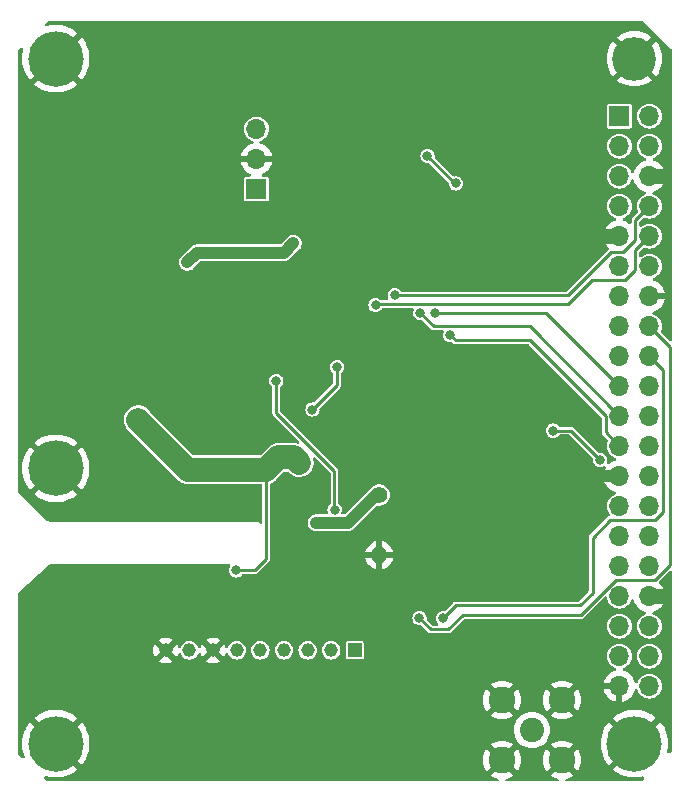
<source format=gbl>
%TF.GenerationSoftware,KiCad,Pcbnew,7.0.2-0*%
%TF.CreationDate,2024-05-07T14:52:59-07:00*%
%TF.ProjectId,RPi_interface,5250695f-696e-4746-9572-666163652e6b,1.1*%
%TF.SameCoordinates,Original*%
%TF.FileFunction,Copper,L4,Bot*%
%TF.FilePolarity,Positive*%
%FSLAX46Y46*%
G04 Gerber Fmt 4.6, Leading zero omitted, Abs format (unit mm)*
G04 Created by KiCad (PCBNEW 7.0.2-0) date 2024-05-07 14:52:59*
%MOMM*%
%LPD*%
G01*
G04 APERTURE LIST*
%TA.AperFunction,ComponentPad*%
%ADD10C,4.700000*%
%TD*%
%TA.AperFunction,ComponentPad*%
%ADD11R,1.150000X1.150000*%
%TD*%
%TA.AperFunction,ComponentPad*%
%ADD12C,1.150000*%
%TD*%
%TA.AperFunction,ComponentPad*%
%ADD13C,3.700000*%
%TD*%
%TA.AperFunction,ComponentPad*%
%ADD14C,1.400000*%
%TD*%
%TA.AperFunction,ComponentPad*%
%ADD15O,1.400000X1.400000*%
%TD*%
%TA.AperFunction,ComponentPad*%
%ADD16C,2.050000*%
%TD*%
%TA.AperFunction,ComponentPad*%
%ADD17C,2.250000*%
%TD*%
%TA.AperFunction,ComponentPad*%
%ADD18R,1.700000X1.700000*%
%TD*%
%TA.AperFunction,ComponentPad*%
%ADD19O,1.700000X1.700000*%
%TD*%
%TA.AperFunction,ViaPad*%
%ADD20C,0.800000*%
%TD*%
%TA.AperFunction,Conductor*%
%ADD21C,0.250000*%
%TD*%
%TA.AperFunction,Conductor*%
%ADD22C,1.000000*%
%TD*%
%TA.AperFunction,Conductor*%
%ADD23C,1.270000*%
%TD*%
%TA.AperFunction,Conductor*%
%ADD24C,2.000000*%
%TD*%
G04 APERTURE END LIST*
D10*
%TO.P,H5,1,1*%
%TO.N,GND*%
X93500000Y-86200000D03*
%TD*%
D11*
%TO.P,J2,1,1*%
%TO.N,TX*%
X118825000Y-101600000D03*
D12*
%TO.P,J2,2,2*%
%TO.N,RX*%
X116824999Y-101600000D03*
%TO.P,J2,3,3*%
%TO.N,ENAB_RPI*%
X114825000Y-101600000D03*
%TO.P,J2,4,4*%
%TO.N,RPI_RST*%
X112824999Y-101600000D03*
%TO.P,J2,5,5*%
%TO.N,PyCubed_AIN4*%
X110825001Y-101600000D03*
%TO.P,J2,6,6*%
%TO.N,PYCUBED_3V3*%
X108825000Y-101600000D03*
%TO.P,J2,7,7*%
%TO.N,GND*%
X106825001Y-101600000D03*
%TO.P,J2,8,8*%
%TO.N,VBATT*%
X104825000Y-101600000D03*
%TO.P,J2,9,9*%
%TO.N,GND*%
X102824999Y-101600000D03*
%TD*%
D13*
%TO.P,H2,1,1*%
%TO.N,GND*%
X142500000Y-51500000D03*
%TD*%
D10*
%TO.P,H4,1,1*%
%TO.N,GND*%
X142500000Y-109500000D03*
%TD*%
%TO.P,H1,1,1*%
%TO.N,GND*%
X93500000Y-51500000D03*
%TD*%
D14*
%TO.P,TH1,1*%
%TO.N,PyCubed_AIN4*%
X120900000Y-88460000D03*
D15*
%TO.P,TH1,2*%
%TO.N,GND*%
X120900000Y-93540000D03*
%TD*%
D10*
%TO.P,H3,1,1*%
%TO.N,GND*%
X93500000Y-109500000D03*
%TD*%
D16*
%TO.P,J4,1,In*%
%TO.N,Net-(J4-In)*%
X133830000Y-108335000D03*
D17*
%TO.P,J4,2,Ext*%
%TO.N,GND*%
X131290000Y-105795000D03*
X131290000Y-110875000D03*
X136370000Y-105795000D03*
X136370000Y-110875000D03*
%TD*%
D18*
%TO.P,J3,1,Pin_1*%
%TO.N,Net-(J3-Pin_1)*%
X110500000Y-62540000D03*
D19*
%TO.P,J3,2,Pin_2*%
%TO.N,GND*%
X110500000Y-60000000D03*
%TO.P,J3,3,Pin_3*%
%TO.N,unconnected-(J3-Pin_3-Pad3)*%
X110500000Y-57460000D03*
%TD*%
D18*
%TO.P,J1,1,Pin_1*%
%TO.N,+3V3*%
X141230000Y-56370000D03*
D19*
%TO.P,J1,2,Pin_2*%
%TO.N,5V*%
X143770000Y-56370000D03*
%TO.P,J1,3,Pin_3*%
%TO.N,unconnected-(J1-Pin_3-Pad3)*%
X141230000Y-58910000D03*
%TO.P,J1,4,Pin_4*%
%TO.N,5V*%
X143770000Y-58910000D03*
%TO.P,J1,5,Pin_5*%
%TO.N,unconnected-(J1-Pin_5-Pad5)*%
X141230000Y-61450000D03*
%TO.P,J1,6,Pin_6*%
%TO.N,GND*%
X143770000Y-61450000D03*
%TO.P,J1,7,Pin_7*%
%TO.N,unconnected-(J1-Pin_7-Pad7)*%
X141230000Y-63990000D03*
%TO.P,J1,8,Pin_8*%
%TO.N,TX*%
X143770000Y-63990000D03*
%TO.P,J1,9,Pin_9*%
%TO.N,GND*%
X141230000Y-66530000D03*
%TO.P,J1,10,Pin_10*%
%TO.N,RX*%
X143770000Y-66530000D03*
%TO.P,J1,11,Pin_11*%
%TO.N,unconnected-(J1-Pin_11-Pad11)*%
X141230000Y-69070000D03*
%TO.P,J1,12,Pin_12*%
%TO.N,unconnected-(J1-Pin_12-Pad12)*%
X143770000Y-69070000D03*
%TO.P,J1,13,Pin_13*%
%TO.N,ENAB_RF*%
X141230000Y-71610000D03*
%TO.P,J1,14,Pin_14*%
%TO.N,GND*%
X143770000Y-71610000D03*
%TO.P,J1,15,Pin_15*%
%TO.N,RF_RST*%
X141230000Y-74150000D03*
%TO.P,J1,16,Pin_16*%
%TO.N,RF_TX_EN*%
X143770000Y-74150000D03*
%TO.P,J1,17,Pin_17*%
%TO.N,unconnected-(J1-Pin_17-Pad17)*%
X141230000Y-76690000D03*
%TO.P,J1,18,Pin_18*%
%TO.N,RF_RX_EN*%
X143770000Y-76690000D03*
%TO.P,J1,19,Pin_19*%
%TO.N,MOSI*%
X141230000Y-79230000D03*
%TO.P,J1,20,Pin_20*%
%TO.N,GND*%
X143770000Y-79230000D03*
%TO.P,J1,21,Pin_21*%
%TO.N,MISO*%
X141230000Y-81770000D03*
%TO.P,J1,22,Pin_22*%
%TO.N,TCXO_EN*%
X143770000Y-81770000D03*
%TO.P,J1,23,Pin_23*%
%TO.N,SCLK*%
X141230000Y-84310000D03*
%TO.P,J1,24,Pin_24*%
%TO.N,unconnected-(J1-Pin_24-Pad24)*%
X143770000Y-84310000D03*
%TO.P,J1,25,Pin_25*%
%TO.N,GND*%
X141230000Y-86850000D03*
%TO.P,J1,26,Pin_26*%
%TO.N,unconnected-(J1-Pin_26-Pad26)*%
X143770000Y-86850000D03*
%TO.P,J1,27,Pin_27*%
%TO.N,unconnected-(J1-Pin_27-Pad27)*%
X141230000Y-89390000D03*
%TO.P,J1,28,Pin_28*%
%TO.N,unconnected-(J1-Pin_28-Pad28)*%
X143770000Y-89390000D03*
%TO.P,J1,29,Pin_29*%
%TO.N,RF_CS*%
X141230000Y-91930000D03*
%TO.P,J1,30,Pin_30*%
%TO.N,GND*%
X143770000Y-91930000D03*
%TO.P,J1,31,Pin_31*%
%TO.N,unconnected-(J1-Pin_31-Pad31)*%
X141230000Y-94470000D03*
%TO.P,J1,32,Pin_32*%
%TO.N,unconnected-(J1-Pin_32-Pad32)*%
X143770000Y-94470000D03*
%TO.P,J1,33,Pin_33*%
%TO.N,unconnected-(J1-Pin_33-Pad33)*%
X141230000Y-97010000D03*
%TO.P,J1,34,Pin_34*%
%TO.N,GND*%
X143770000Y-97010000D03*
%TO.P,J1,35,Pin_35*%
%TO.N,RF_IO1*%
X141230000Y-99550000D03*
%TO.P,J1,36,Pin_36*%
%TO.N,unconnected-(J1-Pin_36-Pad36)*%
X143770000Y-99550000D03*
%TO.P,J1,37,Pin_37*%
%TO.N,RF_BUSY*%
X141230000Y-102090000D03*
%TO.P,J1,38,Pin_38*%
%TO.N,RF_IO2*%
X143770000Y-102090000D03*
%TO.P,J1,39,Pin_39*%
%TO.N,GND*%
X141230000Y-104630000D03*
%TO.P,J1,40,Pin_40*%
%TO.N,RF_IO3*%
X143770000Y-104630000D03*
%TD*%
D20*
%TO.N,GND*%
X109010000Y-83625000D03*
X131175000Y-64800000D03*
X108500000Y-99050000D03*
X130135000Y-88410000D03*
X129185000Y-88410000D03*
X117375000Y-59150000D03*
X101550000Y-105325000D03*
X129185000Y-89285000D03*
X106686341Y-77163659D03*
X108500000Y-99950000D03*
X103475000Y-103575000D03*
X105375000Y-104450000D03*
X105375000Y-105325000D03*
X107561341Y-74288659D03*
X132050000Y-64800000D03*
X131085000Y-89285000D03*
X100125000Y-102475000D03*
X103475000Y-105325000D03*
X99225000Y-101575000D03*
X109885000Y-83625000D03*
X131175000Y-63850000D03*
X130350000Y-54125000D03*
X107561341Y-75238659D03*
X105811341Y-74288659D03*
X138900000Y-68250000D03*
X126300000Y-55325000D03*
X125425000Y-54375000D03*
X117636341Y-82013659D03*
X102525000Y-103575000D03*
X110325000Y-79000000D03*
X124550000Y-54375000D03*
X124550000Y-52450000D03*
X106686341Y-74288659D03*
X104425000Y-103575000D03*
X108500000Y-98150000D03*
X102525000Y-105325000D03*
X132925000Y-63850000D03*
X107600000Y-99050000D03*
X132050000Y-63850000D03*
X131300000Y-54125000D03*
X132250000Y-55000000D03*
X130135000Y-89285000D03*
X117375000Y-60100000D03*
X131085000Y-88410000D03*
X126300000Y-52450000D03*
X108250000Y-104450000D03*
X108250000Y-105325000D03*
X109450000Y-79950000D03*
X129185000Y-90160000D03*
X107300000Y-104450000D03*
X133225000Y-55875000D03*
X119725000Y-67600000D03*
X120600000Y-67600000D03*
X125425000Y-52450000D03*
X110325000Y-79950000D03*
X108575000Y-79950000D03*
X132250000Y-55875000D03*
X106350000Y-103575000D03*
X107600000Y-99950000D03*
X106350000Y-105325000D03*
X107300000Y-103575000D03*
X105811341Y-77163659D03*
X107561341Y-77163659D03*
X99225000Y-100675000D03*
X99650000Y-85675000D03*
X102525000Y-104450000D03*
X130350000Y-55875000D03*
X131085000Y-90160000D03*
X108500000Y-97250000D03*
X98775000Y-84725000D03*
X120600000Y-66650000D03*
X99650000Y-84725000D03*
X130350000Y-55000000D03*
X126300000Y-54375000D03*
X101550000Y-103575000D03*
X107561341Y-76188659D03*
X116500000Y-60100000D03*
X110760000Y-83625000D03*
X109010000Y-84600000D03*
X100125000Y-100675000D03*
X121475000Y-66650000D03*
X110760000Y-84600000D03*
X99225000Y-102475000D03*
X130135000Y-90160000D03*
X131300000Y-55875000D03*
X105811341Y-75238659D03*
X100125000Y-101575000D03*
X119725000Y-66650000D03*
X124550000Y-55325000D03*
X109450000Y-79000000D03*
X107600000Y-97250000D03*
X109885000Y-84600000D03*
X126300000Y-53425000D03*
X106686341Y-75238659D03*
X133225000Y-54125000D03*
X108575000Y-79000000D03*
X104425000Y-105325000D03*
X103475000Y-104450000D03*
X104425000Y-104450000D03*
X132925000Y-64800000D03*
X125425000Y-55325000D03*
X105811341Y-76188659D03*
X124550000Y-53425000D03*
X101550000Y-104450000D03*
X107300000Y-105325000D03*
X125425000Y-53425000D03*
X131300000Y-55000000D03*
X106686341Y-76188659D03*
X115625000Y-60100000D03*
X132060000Y-90160000D03*
X106350000Y-104450000D03*
X98775000Y-85675000D03*
X132060000Y-88410000D03*
X107600000Y-98150000D03*
X132060000Y-89285000D03*
X121475000Y-67600000D03*
X116500000Y-59150000D03*
X115625000Y-59150000D03*
X105375000Y-103575000D03*
X108250000Y-103575000D03*
X132250000Y-54125000D03*
X133225000Y-55000000D03*
X117636341Y-80013659D03*
%TO.N,5V*%
X100961341Y-81788659D03*
X113236341Y-84813659D03*
X108762500Y-94837500D03*
X114136341Y-85713659D03*
X101511341Y-82688659D03*
X112286341Y-84813659D03*
X100011341Y-81788659D03*
X100561341Y-82688659D03*
X113186341Y-85713659D03*
%TO.N,VBATT*%
X112830000Y-67930000D03*
X105442500Y-67957500D03*
X113630000Y-67130000D03*
X104642500Y-68757500D03*
%TO.N,Net-(U1-VREG5)*%
X115236341Y-81213659D03*
X117336341Y-77613659D03*
%TO.N,TX*%
X122200000Y-71550000D03*
%TO.N,RX*%
X120579480Y-72374156D03*
%TO.N,RF_TX_EN*%
X124300000Y-98875000D03*
%TO.N,RF_RX_EN*%
X126300000Y-98875000D03*
%TO.N,MOSI*%
X125625000Y-73025000D03*
%TO.N,MISO*%
X124360000Y-73010000D03*
%TO.N,TCXO_EN*%
X127375000Y-62075000D03*
X124975000Y-59725000D03*
%TO.N,SCLK*%
X126900000Y-74900000D03*
%TO.N,RF_CS*%
X139600000Y-85475000D03*
X135600500Y-83000000D03*
%TO.N,PyCubed_AIN4*%
X115525000Y-90800000D03*
%TO.N,ENAB_RPI*%
X112179541Y-78790000D03*
X117112299Y-89687299D03*
%TD*%
D21*
%TO.N,Net-(U1-VREG5)*%
X117336341Y-79113659D02*
X115236341Y-81213659D01*
X117336341Y-77613659D02*
X117336341Y-79113659D01*
%TO.N,MOSI*%
X125625000Y-73025000D02*
X135025000Y-73025000D01*
X135025000Y-73025000D02*
X141230000Y-79230000D01*
D22*
%TO.N,PyCubed_AIN4*%
X115525000Y-90800000D02*
X118275000Y-90800000D01*
X118275000Y-90800000D02*
X120615000Y-88460000D01*
X120615000Y-88460000D02*
X120900000Y-88460000D01*
D23*
%TO.N,GND*%
X143770000Y-97010000D02*
X144910000Y-97010000D01*
X143770000Y-61450000D02*
X144900000Y-61450000D01*
D22*
X141230000Y-86850000D02*
X138825000Y-86850000D01*
D23*
X141230000Y-66530000D02*
X139680000Y-66530000D01*
D24*
%TO.N,5V*%
X104672682Y-86300000D02*
X100486341Y-82113659D01*
D21*
X111322742Y-86300000D02*
X111322742Y-93852258D01*
D24*
X112360000Y-85262742D02*
X113685424Y-85262742D01*
D21*
X111322742Y-93852258D02*
X110337500Y-94837500D01*
D24*
X111322742Y-86300000D02*
X112360000Y-85262742D01*
X100486341Y-82113659D02*
X100486341Y-82063659D01*
D21*
X110337500Y-94837500D02*
X108762500Y-94837500D01*
D24*
X113685424Y-85262742D02*
X114136341Y-85713659D01*
X111322742Y-86300000D02*
X104672682Y-86300000D01*
D22*
%TO.N,VBATT*%
X105470000Y-67930000D02*
X105442500Y-67957500D01*
X112830000Y-67930000D02*
X113630000Y-67130000D01*
X112830000Y-67930000D02*
X105470000Y-67930000D01*
X104642500Y-68757500D02*
X105442500Y-67957500D01*
D21*
%TO.N,TX*%
X142585000Y-66836701D02*
X142585000Y-65175000D01*
X141526701Y-67895000D02*
X142585000Y-66836701D01*
X136875000Y-71550000D02*
X140530000Y-67895000D01*
X122200000Y-71550000D02*
X136875000Y-71550000D01*
X140530000Y-67895000D02*
X141526701Y-67895000D01*
X142585000Y-65175000D02*
X143770000Y-63990000D01*
%TO.N,RX*%
X120579480Y-72374156D02*
X120678636Y-72275000D01*
X142575000Y-67725000D02*
X143770000Y-66530000D01*
X136905000Y-72275000D02*
X138935000Y-70245000D01*
X138935000Y-70245000D02*
X141716701Y-70245000D01*
X141716701Y-70245000D02*
X142575000Y-69386701D01*
X120678636Y-72275000D02*
X136905000Y-72275000D01*
X142575000Y-69386701D02*
X142575000Y-67725000D01*
%TO.N,RF_TX_EN*%
X124300000Y-98875000D02*
X125250000Y-99825000D01*
X144256701Y-95645000D02*
X145550000Y-94351701D01*
X125250000Y-99825000D02*
X126750000Y-99825000D01*
X140933299Y-95645000D02*
X144256701Y-95645000D01*
X145550000Y-75930000D02*
X143770000Y-74150000D01*
X126750000Y-99825000D02*
X127975000Y-98600000D01*
X145550000Y-94351701D02*
X145550000Y-75930000D01*
X127975000Y-98600000D02*
X137978299Y-98600000D01*
X137978299Y-98600000D02*
X140933299Y-95645000D01*
%TO.N,RF_RX_EN*%
X138950000Y-96725000D02*
X138950000Y-92050000D01*
X137875000Y-97800000D02*
X138950000Y-96725000D01*
X138950000Y-92050000D02*
X140435000Y-90565000D01*
X144945000Y-77865000D02*
X143770000Y-76690000D01*
X127375000Y-97800000D02*
X137875000Y-97800000D01*
X144945000Y-89876701D02*
X144945000Y-77865000D01*
X126300000Y-98875000D02*
X127375000Y-97800000D01*
X144256701Y-90565000D02*
X144945000Y-89876701D01*
X140435000Y-90565000D02*
X144256701Y-90565000D01*
%TO.N,MISO*%
X133635000Y-74175000D02*
X141230000Y-81770000D01*
X125525000Y-74175000D02*
X133635000Y-74175000D01*
X124360000Y-73010000D02*
X125525000Y-74175000D01*
%TO.N,TCXO_EN*%
X127325000Y-62075000D02*
X124975000Y-59725000D01*
X127375000Y-62075000D02*
X127325000Y-62075000D01*
%TO.N,SCLK*%
X140055000Y-81730000D02*
X140055000Y-83155000D01*
X126900000Y-74900000D02*
X127350000Y-75350000D01*
X133675000Y-75350000D02*
X140055000Y-81730000D01*
X140055000Y-83155000D02*
X141210000Y-84310000D01*
X141210000Y-84310000D02*
X141230000Y-84310000D01*
X127350000Y-75350000D02*
X133675000Y-75350000D01*
%TO.N,RF_CS*%
X137125000Y-83000000D02*
X139600000Y-85475000D01*
X135600500Y-83000000D02*
X137125000Y-83000000D01*
%TO.N,ENAB_RPI*%
X117112299Y-89687299D02*
X117100000Y-89675000D01*
X112179541Y-81506859D02*
X112179541Y-78790000D01*
X117100000Y-89675000D02*
X117100000Y-86427318D01*
X117100000Y-86427318D02*
X112179541Y-81506859D01*
%TD*%
%TA.AperFunction,Conductor*%
%TO.N,GND*%
G36*
X143003471Y-48300695D02*
G01*
X143015968Y-48301396D01*
X143167007Y-48309879D01*
X143232835Y-48333290D01*
X143247347Y-48345616D01*
X143544536Y-48640198D01*
X145605359Y-50682944D01*
X145652354Y-50729526D01*
X145686109Y-50790701D01*
X145688865Y-50810640D01*
X145699305Y-50996527D01*
X145699500Y-51003480D01*
X145699500Y-75319812D01*
X145679815Y-75386851D01*
X145627011Y-75432606D01*
X145557853Y-75442550D01*
X145494297Y-75413525D01*
X145487819Y-75407493D01*
X144771613Y-74691287D01*
X144738128Y-74629964D01*
X144742705Y-74565951D01*
X144741686Y-74565642D01*
X144743049Y-74561147D01*
X144743112Y-74560272D01*
X144743730Y-74558901D01*
X144745228Y-74553959D01*
X144745232Y-74553954D01*
X144805300Y-74355934D01*
X144825583Y-74150000D01*
X144805300Y-73944066D01*
X144745232Y-73746046D01*
X144647685Y-73563550D01*
X144544881Y-73438282D01*
X144516410Y-73403589D01*
X144405830Y-73312840D01*
X144356450Y-73272315D01*
X144332879Y-73259716D01*
X144173953Y-73174767D01*
X144107447Y-73154593D01*
X144049009Y-73116296D01*
X144020552Y-73052483D01*
X144031113Y-72983416D01*
X144077338Y-72931023D01*
X144111350Y-72916158D01*
X144233491Y-72883430D01*
X144447576Y-72783600D01*
X144641081Y-72648106D01*
X144808106Y-72481081D01*
X144943600Y-72287576D01*
X145043430Y-72073492D01*
X145100636Y-71860000D01*
X144203686Y-71860000D01*
X144229493Y-71819844D01*
X144270000Y-71681889D01*
X144270000Y-71538111D01*
X144229493Y-71400156D01*
X144203686Y-71360000D01*
X145100636Y-71360000D01*
X145100635Y-71359999D01*
X145043430Y-71146507D01*
X144943599Y-70932421D01*
X144808109Y-70738921D01*
X144641081Y-70571893D01*
X144447576Y-70436399D01*
X144233492Y-70336569D01*
X144111349Y-70303841D01*
X144051689Y-70267476D01*
X144021160Y-70204629D01*
X144029455Y-70135253D01*
X144073940Y-70081375D01*
X144107444Y-70065407D01*
X144173954Y-70045232D01*
X144356450Y-69947685D01*
X144516410Y-69816410D01*
X144647685Y-69656450D01*
X144745232Y-69473954D01*
X144805300Y-69275934D01*
X144825583Y-69070000D01*
X144805300Y-68864066D01*
X144745232Y-68666046D01*
X144647685Y-68483550D01*
X144572916Y-68392443D01*
X144516410Y-68323589D01*
X144392597Y-68221980D01*
X144356450Y-68192315D01*
X144173954Y-68094768D01*
X144074944Y-68064733D01*
X143975932Y-68034699D01*
X143792497Y-68016632D01*
X143770000Y-68014417D01*
X143769999Y-68014417D01*
X143564067Y-68034699D01*
X143366043Y-68094769D01*
X143183551Y-68192314D01*
X143103164Y-68258285D01*
X143038854Y-68285597D01*
X142969986Y-68273805D01*
X142918427Y-68226653D01*
X142900500Y-68162431D01*
X142900500Y-67911188D01*
X142920185Y-67844149D01*
X142936819Y-67823507D01*
X143081610Y-67678716D01*
X143228714Y-67531611D01*
X143290035Y-67498128D01*
X143354048Y-67502705D01*
X143354358Y-67501686D01*
X143358853Y-67503049D01*
X143359726Y-67503112D01*
X143361093Y-67503729D01*
X143366043Y-67505230D01*
X143366046Y-67505232D01*
X143564066Y-67565300D01*
X143770000Y-67585583D01*
X143975934Y-67565300D01*
X144173954Y-67505232D01*
X144356450Y-67407685D01*
X144516410Y-67276410D01*
X144647685Y-67116450D01*
X144745232Y-66933954D01*
X144805300Y-66735934D01*
X144825583Y-66530000D01*
X144805300Y-66324066D01*
X144745232Y-66126046D01*
X144647685Y-65943550D01*
X144572898Y-65852421D01*
X144516410Y-65783589D01*
X144364499Y-65658921D01*
X144356450Y-65652315D01*
X144173954Y-65554768D01*
X144074944Y-65524733D01*
X143975932Y-65494699D01*
X143770000Y-65474417D01*
X143564067Y-65494699D01*
X143366043Y-65554769D01*
X143183551Y-65652314D01*
X143113164Y-65710079D01*
X143048854Y-65737391D01*
X142979987Y-65725600D01*
X142928427Y-65678447D01*
X142910500Y-65614225D01*
X142910500Y-65361187D01*
X142930185Y-65294148D01*
X142946815Y-65273510D01*
X143228714Y-64991610D01*
X143290035Y-64958127D01*
X143354049Y-64962705D01*
X143354359Y-64961686D01*
X143358850Y-64963048D01*
X143359726Y-64963111D01*
X143361097Y-64963730D01*
X143366042Y-64965230D01*
X143366046Y-64965232D01*
X143564066Y-65025300D01*
X143770000Y-65045583D01*
X143975934Y-65025300D01*
X144173954Y-64965232D01*
X144356450Y-64867685D01*
X144516410Y-64736410D01*
X144647685Y-64576450D01*
X144745232Y-64393954D01*
X144805300Y-64195934D01*
X144825583Y-63990000D01*
X144805300Y-63784066D01*
X144745232Y-63586046D01*
X144647685Y-63403550D01*
X144582047Y-63323569D01*
X144516410Y-63243589D01*
X144418952Y-63163608D01*
X144356450Y-63112315D01*
X144332879Y-63099715D01*
X144173953Y-63014767D01*
X144107447Y-62994593D01*
X144049009Y-62956296D01*
X144020552Y-62892483D01*
X144031113Y-62823416D01*
X144077338Y-62771023D01*
X144111350Y-62756158D01*
X144233491Y-62723430D01*
X144447576Y-62623600D01*
X144641081Y-62488106D01*
X144808106Y-62321081D01*
X144943600Y-62127576D01*
X145043430Y-61913492D01*
X145100636Y-61700000D01*
X144203686Y-61700000D01*
X144229493Y-61659844D01*
X144270000Y-61521889D01*
X144270000Y-61378111D01*
X144229493Y-61240156D01*
X144203686Y-61200000D01*
X145100636Y-61200000D01*
X145100635Y-61199999D01*
X145043430Y-60986507D01*
X144943599Y-60772421D01*
X144808109Y-60578921D01*
X144641081Y-60411893D01*
X144447576Y-60276399D01*
X144233492Y-60176569D01*
X144111349Y-60143841D01*
X144051689Y-60107476D01*
X144021160Y-60044629D01*
X144029455Y-59975253D01*
X144073940Y-59921375D01*
X144107444Y-59905407D01*
X144173954Y-59885232D01*
X144356450Y-59787685D01*
X144516410Y-59656410D01*
X144647685Y-59496450D01*
X144745232Y-59313954D01*
X144805300Y-59115934D01*
X144825583Y-58910000D01*
X144805300Y-58704066D01*
X144745232Y-58506046D01*
X144647685Y-58323550D01*
X144582047Y-58243570D01*
X144516410Y-58163589D01*
X144418952Y-58083609D01*
X144356450Y-58032315D01*
X144173954Y-57934768D01*
X144074944Y-57904733D01*
X143975932Y-57874699D01*
X143792497Y-57856632D01*
X143770000Y-57854417D01*
X143769999Y-57854417D01*
X143564067Y-57874699D01*
X143366043Y-57934769D01*
X143183551Y-58032314D01*
X143023589Y-58163589D01*
X142892314Y-58323551D01*
X142794769Y-58506043D01*
X142734699Y-58704067D01*
X142714417Y-58910000D01*
X142734699Y-59115932D01*
X142741987Y-59139956D01*
X142794768Y-59313954D01*
X142892315Y-59496450D01*
X142925189Y-59536507D01*
X143023589Y-59656410D01*
X143103569Y-59722047D01*
X143183550Y-59787685D01*
X143366046Y-59885232D01*
X143432553Y-59905406D01*
X143490990Y-59943703D01*
X143519446Y-60007515D01*
X143508886Y-60076582D01*
X143462662Y-60128975D01*
X143428650Y-60143841D01*
X143306507Y-60176569D01*
X143092421Y-60276400D01*
X142898921Y-60411890D01*
X142731890Y-60578921D01*
X142596400Y-60772421D01*
X142496569Y-60986507D01*
X142463841Y-61108650D01*
X142427476Y-61168310D01*
X142364628Y-61198839D01*
X142295253Y-61190544D01*
X142241375Y-61146059D01*
X142225407Y-61112555D01*
X142205232Y-61046046D01*
X142107685Y-60863550D01*
X142032898Y-60772421D01*
X141976410Y-60703589D01*
X141824499Y-60578921D01*
X141816450Y-60572315D01*
X141633954Y-60474768D01*
X141534944Y-60444733D01*
X141435932Y-60414699D01*
X141230000Y-60394417D01*
X141024067Y-60414699D01*
X140826043Y-60474769D01*
X140643551Y-60572314D01*
X140483589Y-60703589D01*
X140352314Y-60863551D01*
X140254769Y-61046043D01*
X140194699Y-61244067D01*
X140174417Y-61449999D01*
X140194699Y-61655932D01*
X140194700Y-61655934D01*
X140254768Y-61853954D01*
X140352315Y-62036450D01*
X140383950Y-62074997D01*
X140483589Y-62196410D01*
X140563570Y-62262047D01*
X140643550Y-62327685D01*
X140826046Y-62425232D01*
X141024066Y-62485300D01*
X141230000Y-62505583D01*
X141435934Y-62485300D01*
X141633954Y-62425232D01*
X141816450Y-62327685D01*
X141976410Y-62196410D01*
X142107685Y-62036450D01*
X142205232Y-61853954D01*
X142225406Y-61787446D01*
X142263702Y-61729010D01*
X142327514Y-61700553D01*
X142396581Y-61711112D01*
X142448975Y-61757336D01*
X142463841Y-61791349D01*
X142496569Y-61913492D01*
X142596399Y-62127576D01*
X142731893Y-62321081D01*
X142898918Y-62488106D01*
X143092423Y-62623600D01*
X143306508Y-62723430D01*
X143428649Y-62756158D01*
X143488310Y-62792523D01*
X143518839Y-62855370D01*
X143510544Y-62924745D01*
X143466059Y-62978623D01*
X143432552Y-62994593D01*
X143366047Y-63014767D01*
X143183551Y-63112314D01*
X143023589Y-63243589D01*
X142892314Y-63403551D01*
X142794769Y-63586043D01*
X142734699Y-63784067D01*
X142714417Y-63990000D01*
X142734699Y-64195932D01*
X142798313Y-64405641D01*
X142794569Y-64406776D01*
X142804300Y-64453604D01*
X142779275Y-64518838D01*
X142768385Y-64531287D01*
X142368714Y-64930958D01*
X142360741Y-64938264D01*
X142331806Y-64962544D01*
X142312914Y-64995264D01*
X142307106Y-65004380D01*
X142284831Y-65036193D01*
X142274597Y-65060899D01*
X142267852Y-65099148D01*
X142265512Y-65109704D01*
X142255735Y-65146191D01*
X142259028Y-65183817D01*
X142259500Y-65194626D01*
X142259500Y-65364616D01*
X142239815Y-65431655D01*
X142187011Y-65477410D01*
X142117853Y-65487354D01*
X142064377Y-65466191D01*
X141907579Y-65356400D01*
X141693492Y-65256569D01*
X141571349Y-65223841D01*
X141511689Y-65187476D01*
X141481160Y-65124629D01*
X141489455Y-65055253D01*
X141533940Y-65001375D01*
X141567444Y-64985407D01*
X141633954Y-64965232D01*
X141816450Y-64867685D01*
X141976410Y-64736410D01*
X142107685Y-64576450D01*
X142205232Y-64393954D01*
X142265300Y-64195934D01*
X142285583Y-63990000D01*
X142265300Y-63784066D01*
X142205232Y-63586046D01*
X142107685Y-63403550D01*
X142042047Y-63323569D01*
X141976410Y-63243589D01*
X141878952Y-63163609D01*
X141816450Y-63112315D01*
X141633954Y-63014768D01*
X141534944Y-62984733D01*
X141435932Y-62954699D01*
X141230000Y-62934417D01*
X141024067Y-62954699D01*
X140848692Y-63007898D01*
X140826050Y-63014767D01*
X140826043Y-63014769D01*
X140643551Y-63112314D01*
X140483589Y-63243589D01*
X140352314Y-63403551D01*
X140254769Y-63586043D01*
X140194699Y-63784067D01*
X140174417Y-63990000D01*
X140194699Y-64195932D01*
X140194700Y-64195934D01*
X140254768Y-64393954D01*
X140352315Y-64576450D01*
X140403609Y-64638952D01*
X140483589Y-64736410D01*
X140563570Y-64802047D01*
X140643550Y-64867685D01*
X140826046Y-64965232D01*
X140892553Y-64985406D01*
X140950990Y-65023703D01*
X140979446Y-65087515D01*
X140968886Y-65156582D01*
X140922662Y-65208975D01*
X140888650Y-65223841D01*
X140766507Y-65256569D01*
X140552421Y-65356400D01*
X140358921Y-65491890D01*
X140191890Y-65658921D01*
X140056400Y-65852421D01*
X139956569Y-66066507D01*
X139899364Y-66279999D01*
X139899364Y-66280000D01*
X140796314Y-66280000D01*
X140770507Y-66320156D01*
X140730000Y-66458111D01*
X140730000Y-66601889D01*
X140770507Y-66739844D01*
X140796314Y-66780000D01*
X139899364Y-66780000D01*
X139956569Y-66993492D01*
X140056399Y-67207576D01*
X140191893Y-67401081D01*
X140289702Y-67498890D01*
X140323187Y-67560213D01*
X140318203Y-67629905D01*
X140297008Y-67666280D01*
X140293262Y-67670744D01*
X140285956Y-67678716D01*
X136776493Y-71188181D01*
X136715170Y-71221666D01*
X136688812Y-71224500D01*
X122768299Y-71224500D01*
X122701260Y-71204815D01*
X122669923Y-71175986D01*
X122628281Y-71121717D01*
X122502840Y-71025463D01*
X122356762Y-70964956D01*
X122199999Y-70944317D01*
X122043237Y-70964956D01*
X121897159Y-71025463D01*
X121771717Y-71121717D01*
X121675463Y-71247159D01*
X121614956Y-71393237D01*
X121594317Y-71550000D01*
X121614956Y-71706762D01*
X121644483Y-71778048D01*
X121651952Y-71847518D01*
X121620676Y-71909997D01*
X121560587Y-71945648D01*
X121529922Y-71949500D01*
X121054580Y-71949500D01*
X120987541Y-71929815D01*
X120979094Y-71923876D01*
X120882320Y-71849619D01*
X120736242Y-71789112D01*
X120579480Y-71768473D01*
X120422717Y-71789112D01*
X120276639Y-71849619D01*
X120151197Y-71945873D01*
X120054943Y-72071315D01*
X119994436Y-72217393D01*
X119973797Y-72374155D01*
X119994436Y-72530918D01*
X120054943Y-72676996D01*
X120151197Y-72802438D01*
X120217402Y-72853238D01*
X120276639Y-72898692D01*
X120422718Y-72959200D01*
X120579480Y-72979838D01*
X120736242Y-72959200D01*
X120882321Y-72898692D01*
X121007762Y-72802438D01*
X121104016Y-72676997D01*
X121104015Y-72676997D01*
X121113954Y-72664046D01*
X121114274Y-72664291D01*
X121147833Y-72622646D01*
X121214127Y-72600579D01*
X121218556Y-72600500D01*
X123694065Y-72600500D01*
X123761104Y-72620185D01*
X123806859Y-72672989D01*
X123816803Y-72742147D01*
X123808627Y-72771948D01*
X123803801Y-72783600D01*
X123774955Y-72853239D01*
X123754317Y-73010000D01*
X123774956Y-73166762D01*
X123835463Y-73312840D01*
X123931717Y-73438282D01*
X123951266Y-73453282D01*
X124057159Y-73534536D01*
X124203238Y-73595044D01*
X124339360Y-73612964D01*
X124359999Y-73615682D01*
X124359999Y-73615681D01*
X124360000Y-73615682D01*
X124427818Y-73606753D01*
X124496853Y-73617518D01*
X124531685Y-73642011D01*
X125280950Y-74391276D01*
X125288258Y-74399250D01*
X125312545Y-74428194D01*
X125336594Y-74442079D01*
X125345256Y-74447080D01*
X125354379Y-74452892D01*
X125385316Y-74474554D01*
X125385317Y-74474554D01*
X125386198Y-74475171D01*
X125410891Y-74485400D01*
X125411954Y-74485587D01*
X125411955Y-74485588D01*
X125449143Y-74492145D01*
X125459701Y-74494485D01*
X125496193Y-74504264D01*
X125533823Y-74500971D01*
X125544630Y-74500500D01*
X126229922Y-74500500D01*
X126296961Y-74520185D01*
X126342716Y-74572989D01*
X126352660Y-74642147D01*
X126344483Y-74671952D01*
X126314956Y-74743237D01*
X126294317Y-74900000D01*
X126314956Y-75056762D01*
X126375463Y-75202840D01*
X126471717Y-75328282D01*
X126574948Y-75407493D01*
X126597159Y-75424536D01*
X126743238Y-75485044D01*
X126879360Y-75502964D01*
X126899999Y-75505682D01*
X126899999Y-75505681D01*
X126900000Y-75505682D01*
X126967818Y-75496753D01*
X127036853Y-75507518D01*
X127071685Y-75532011D01*
X127105950Y-75566276D01*
X127113258Y-75574250D01*
X127137545Y-75603194D01*
X127161594Y-75617079D01*
X127170256Y-75622080D01*
X127179379Y-75627892D01*
X127210316Y-75649554D01*
X127210317Y-75649554D01*
X127211198Y-75650171D01*
X127235891Y-75660400D01*
X127236954Y-75660587D01*
X127236955Y-75660588D01*
X127274146Y-75667145D01*
X127284704Y-75669486D01*
X127321191Y-75679263D01*
X127321192Y-75679262D01*
X127321193Y-75679263D01*
X127358811Y-75675971D01*
X127369618Y-75675500D01*
X133488812Y-75675500D01*
X133555851Y-75695185D01*
X133576493Y-75711819D01*
X139693181Y-81828507D01*
X139726666Y-81889830D01*
X139729500Y-81916188D01*
X139729500Y-83135372D01*
X139729028Y-83146180D01*
X139725735Y-83183807D01*
X139735512Y-83220296D01*
X139737853Y-83230852D01*
X139744599Y-83269107D01*
X139754829Y-83293803D01*
X139755446Y-83294684D01*
X139777112Y-83325627D01*
X139782915Y-83334736D01*
X139798552Y-83361819D01*
X139801806Y-83367455D01*
X139823928Y-83386018D01*
X139830742Y-83391735D01*
X139838718Y-83399044D01*
X140223382Y-83783708D01*
X140256867Y-83845031D01*
X140254362Y-83907384D01*
X140194699Y-84104067D01*
X140174417Y-84310000D01*
X140194699Y-84515932D01*
X140194700Y-84515934D01*
X140254768Y-84713954D01*
X140352315Y-84896450D01*
X140396642Y-84950463D01*
X140483589Y-85056410D01*
X140549883Y-85110815D01*
X140643550Y-85187685D01*
X140826046Y-85285232D01*
X140892553Y-85305406D01*
X140950990Y-85343703D01*
X140979446Y-85407515D01*
X140968886Y-85476582D01*
X140922662Y-85528975D01*
X140888650Y-85543841D01*
X140766507Y-85576569D01*
X140552421Y-85676400D01*
X140357405Y-85812952D01*
X140291199Y-85835279D01*
X140223432Y-85818269D01*
X140175619Y-85767321D01*
X140162941Y-85698611D01*
X140171718Y-85663932D01*
X140185044Y-85631762D01*
X140205682Y-85475000D01*
X140185044Y-85318238D01*
X140124536Y-85172159D01*
X140086513Y-85122606D01*
X140028282Y-85046717D01*
X139902840Y-84950463D01*
X139756762Y-84889956D01*
X139599999Y-84869317D01*
X139532180Y-84878246D01*
X139463144Y-84867480D01*
X139428314Y-84842988D01*
X137369043Y-82783717D01*
X137361734Y-82775741D01*
X137337454Y-82746805D01*
X137304736Y-82727915D01*
X137295627Y-82722112D01*
X137264684Y-82700446D01*
X137263803Y-82699829D01*
X137239107Y-82689599D01*
X137200852Y-82682853D01*
X137190296Y-82680512D01*
X137153807Y-82670735D01*
X137116180Y-82674028D01*
X137105372Y-82674500D01*
X136168799Y-82674500D01*
X136101760Y-82654815D01*
X136070423Y-82625986D01*
X136028782Y-82571718D01*
X136021938Y-82566466D01*
X135903340Y-82475463D01*
X135757262Y-82414956D01*
X135600500Y-82394317D01*
X135443737Y-82414956D01*
X135297659Y-82475463D01*
X135172217Y-82571717D01*
X135075963Y-82697159D01*
X135015456Y-82843237D01*
X134994817Y-82999999D01*
X135015456Y-83156762D01*
X135075963Y-83302840D01*
X135172217Y-83428282D01*
X135277094Y-83508756D01*
X135297659Y-83524536D01*
X135443738Y-83585044D01*
X135600500Y-83605682D01*
X135757262Y-83585044D01*
X135903341Y-83524536D01*
X136028782Y-83428282D01*
X136070423Y-83374013D01*
X136126850Y-83332811D01*
X136168799Y-83325500D01*
X136938812Y-83325500D01*
X137005851Y-83345185D01*
X137026493Y-83361819D01*
X138967988Y-85303314D01*
X139001473Y-85364637D01*
X139003246Y-85407180D01*
X138994317Y-85474999D01*
X139014956Y-85631762D01*
X139075463Y-85777840D01*
X139171717Y-85903282D01*
X139261684Y-85972315D01*
X139297159Y-85999536D01*
X139443238Y-86060044D01*
X139600000Y-86080682D01*
X139756762Y-86060044D01*
X139898486Y-86001339D01*
X139967953Y-85993871D01*
X140030433Y-86025146D01*
X140066085Y-86085235D01*
X140063591Y-86155060D01*
X140058319Y-86168306D01*
X139956569Y-86386507D01*
X139899364Y-86599999D01*
X139899364Y-86600000D01*
X140796314Y-86600000D01*
X140770507Y-86640156D01*
X140730000Y-86778111D01*
X140730000Y-86921889D01*
X140770507Y-87059844D01*
X140796314Y-87100000D01*
X139899364Y-87100000D01*
X139956569Y-87313492D01*
X140056399Y-87527576D01*
X140191893Y-87721081D01*
X140358918Y-87888106D01*
X140552423Y-88023600D01*
X140766508Y-88123430D01*
X140888649Y-88156158D01*
X140948310Y-88192523D01*
X140978839Y-88255370D01*
X140970544Y-88324745D01*
X140926059Y-88378623D01*
X140892552Y-88394593D01*
X140826047Y-88414767D01*
X140643551Y-88512314D01*
X140483589Y-88643589D01*
X140352314Y-88803551D01*
X140254769Y-88986043D01*
X140194699Y-89184067D01*
X140174417Y-89389999D01*
X140194699Y-89595932D01*
X140254769Y-89793956D01*
X140352314Y-89976449D01*
X140413205Y-90050645D01*
X140440518Y-90114955D01*
X140428727Y-90183823D01*
X140381575Y-90235383D01*
X140338889Y-90251425D01*
X140320901Y-90254597D01*
X140296192Y-90264831D01*
X140264380Y-90287106D01*
X140255264Y-90292914D01*
X140222545Y-90311805D01*
X140198262Y-90340744D01*
X140190956Y-90348716D01*
X138733714Y-91805958D01*
X138725741Y-91813264D01*
X138696806Y-91837544D01*
X138677914Y-91870264D01*
X138672106Y-91879380D01*
X138649831Y-91911193D01*
X138639597Y-91935899D01*
X138632852Y-91974148D01*
X138630512Y-91984704D01*
X138620735Y-92021191D01*
X138624028Y-92058817D01*
X138624500Y-92069626D01*
X138624500Y-96538812D01*
X138604815Y-96605851D01*
X138588181Y-96626493D01*
X137776493Y-97438181D01*
X137715170Y-97471666D01*
X137688812Y-97474500D01*
X127394628Y-97474500D01*
X127383820Y-97474028D01*
X127346192Y-97470735D01*
X127309704Y-97480512D01*
X127299148Y-97482852D01*
X127260899Y-97489597D01*
X127236193Y-97499831D01*
X127204380Y-97522106D01*
X127195264Y-97527914D01*
X127162545Y-97546805D01*
X127138262Y-97575744D01*
X127130956Y-97583716D01*
X126471684Y-98242988D01*
X126410361Y-98276473D01*
X126367818Y-98278246D01*
X126300000Y-98269317D01*
X126143237Y-98289956D01*
X125997159Y-98350463D01*
X125871717Y-98446717D01*
X125775463Y-98572159D01*
X125714956Y-98718237D01*
X125694317Y-98874999D01*
X125714956Y-99031762D01*
X125775463Y-99177840D01*
X125869210Y-99300014D01*
X125894404Y-99365183D01*
X125880366Y-99433628D01*
X125831552Y-99483617D01*
X125770834Y-99499500D01*
X125436188Y-99499500D01*
X125369149Y-99479815D01*
X125348507Y-99463181D01*
X124932011Y-99046685D01*
X124898526Y-98985362D01*
X124896753Y-98942818D01*
X124900133Y-98917143D01*
X124905682Y-98875000D01*
X124885044Y-98718238D01*
X124824536Y-98572159D01*
X124781671Y-98516296D01*
X124728282Y-98446717D01*
X124602840Y-98350463D01*
X124456762Y-98289956D01*
X124300000Y-98269317D01*
X124143237Y-98289956D01*
X123997159Y-98350463D01*
X123871717Y-98446717D01*
X123775463Y-98572159D01*
X123714956Y-98718237D01*
X123694317Y-98874999D01*
X123714956Y-99031762D01*
X123775463Y-99177840D01*
X123871717Y-99303282D01*
X123924870Y-99344067D01*
X123997159Y-99399536D01*
X124143238Y-99460044D01*
X124279360Y-99477964D01*
X124299999Y-99480682D01*
X124299999Y-99480681D01*
X124300000Y-99480682D01*
X124367818Y-99471753D01*
X124436853Y-99482518D01*
X124471685Y-99507011D01*
X125005950Y-100041276D01*
X125013258Y-100049250D01*
X125037545Y-100078194D01*
X125061594Y-100092079D01*
X125070256Y-100097080D01*
X125079379Y-100102892D01*
X125110316Y-100124554D01*
X125110317Y-100124554D01*
X125111198Y-100125171D01*
X125135891Y-100135400D01*
X125136954Y-100135587D01*
X125136955Y-100135588D01*
X125174143Y-100142145D01*
X125184701Y-100144485D01*
X125221193Y-100154264D01*
X125258823Y-100150971D01*
X125269630Y-100150500D01*
X126730373Y-100150500D01*
X126741180Y-100150971D01*
X126778807Y-100154264D01*
X126815324Y-100144478D01*
X126825830Y-100142149D01*
X126863045Y-100135588D01*
X126863047Y-100135586D01*
X126864112Y-100135399D01*
X126888799Y-100125173D01*
X126889682Y-100124554D01*
X126889684Y-100124554D01*
X126920625Y-100102887D01*
X126929722Y-100097091D01*
X126962455Y-100078194D01*
X126986748Y-100049241D01*
X126994036Y-100041289D01*
X127485325Y-99550000D01*
X140174417Y-99550000D01*
X140194699Y-99755932D01*
X140194700Y-99755934D01*
X140254768Y-99953954D01*
X140352315Y-100136450D01*
X140403608Y-100198952D01*
X140483589Y-100296410D01*
X140563569Y-100362047D01*
X140643550Y-100427685D01*
X140826046Y-100525232D01*
X141024066Y-100585300D01*
X141230000Y-100605583D01*
X141435934Y-100585300D01*
X141633954Y-100525232D01*
X141816450Y-100427685D01*
X141976410Y-100296410D01*
X142107685Y-100136450D01*
X142205232Y-99953954D01*
X142265300Y-99755934D01*
X142285583Y-99550000D01*
X142265300Y-99344066D01*
X142205232Y-99146046D01*
X142107685Y-98963550D01*
X142017117Y-98853192D01*
X141976410Y-98803589D01*
X141872406Y-98718237D01*
X141816450Y-98672315D01*
X141633954Y-98574768D01*
X141534944Y-98544733D01*
X141435932Y-98514699D01*
X141230000Y-98494417D01*
X141024067Y-98514699D01*
X140848692Y-98567898D01*
X140826050Y-98574767D01*
X140826043Y-98574769D01*
X140643551Y-98672314D01*
X140483589Y-98803589D01*
X140352314Y-98963551D01*
X140254769Y-99146043D01*
X140194699Y-99344067D01*
X140174417Y-99550000D01*
X127485325Y-99550000D01*
X128073506Y-98961819D01*
X128134830Y-98928334D01*
X128161188Y-98925500D01*
X137958672Y-98925500D01*
X137969479Y-98925971D01*
X138007106Y-98929264D01*
X138043623Y-98919478D01*
X138054129Y-98917149D01*
X138091344Y-98910588D01*
X138091346Y-98910586D01*
X138092411Y-98910399D01*
X138117098Y-98900173D01*
X138117981Y-98899554D01*
X138117983Y-98899554D01*
X138148924Y-98877887D01*
X138158021Y-98872091D01*
X138190754Y-98853194D01*
X138215047Y-98824241D01*
X138222335Y-98816288D01*
X139975960Y-97062663D01*
X140037281Y-97029180D01*
X140106973Y-97034164D01*
X140162906Y-97076036D01*
X140187042Y-97138190D01*
X140194699Y-97215932D01*
X140254769Y-97413956D01*
X140287131Y-97474500D01*
X140352315Y-97596450D01*
X140403608Y-97658952D01*
X140483589Y-97756410D01*
X140563569Y-97822047D01*
X140643550Y-97887685D01*
X140826046Y-97985232D01*
X141024066Y-98045300D01*
X141230000Y-98065583D01*
X141435934Y-98045300D01*
X141633954Y-97985232D01*
X141816450Y-97887685D01*
X141976410Y-97756410D01*
X142107685Y-97596450D01*
X142205232Y-97413954D01*
X142225406Y-97347446D01*
X142263702Y-97289010D01*
X142327514Y-97260553D01*
X142396581Y-97271112D01*
X142448975Y-97317336D01*
X142463841Y-97351349D01*
X142496569Y-97473492D01*
X142596399Y-97687576D01*
X142731893Y-97881081D01*
X142898918Y-98048106D01*
X143092423Y-98183600D01*
X143306508Y-98283430D01*
X143428649Y-98316158D01*
X143488310Y-98352523D01*
X143518839Y-98415370D01*
X143510544Y-98484745D01*
X143466059Y-98538623D01*
X143432552Y-98554593D01*
X143366047Y-98574767D01*
X143183551Y-98672314D01*
X143023589Y-98803589D01*
X142892314Y-98963551D01*
X142794769Y-99146043D01*
X142734699Y-99344067D01*
X142714417Y-99550000D01*
X142734699Y-99755932D01*
X142734700Y-99755934D01*
X142794768Y-99953954D01*
X142892315Y-100136450D01*
X142943609Y-100198952D01*
X143023589Y-100296410D01*
X143103569Y-100362047D01*
X143183550Y-100427685D01*
X143366046Y-100525232D01*
X143564066Y-100585300D01*
X143770000Y-100605583D01*
X143975934Y-100585300D01*
X144173954Y-100525232D01*
X144356450Y-100427685D01*
X144516410Y-100296410D01*
X144647685Y-100136450D01*
X144745232Y-99953954D01*
X144805300Y-99755934D01*
X144825583Y-99550000D01*
X144805300Y-99344066D01*
X144745232Y-99146046D01*
X144647685Y-98963550D01*
X144557117Y-98853192D01*
X144516410Y-98803589D01*
X144412406Y-98718237D01*
X144356450Y-98672315D01*
X144332879Y-98659715D01*
X144173953Y-98574767D01*
X144107447Y-98554593D01*
X144049009Y-98516296D01*
X144020552Y-98452483D01*
X144031113Y-98383416D01*
X144077338Y-98331023D01*
X144111350Y-98316158D01*
X144233491Y-98283430D01*
X144447576Y-98183600D01*
X144641081Y-98048106D01*
X144808106Y-97881081D01*
X144943600Y-97687576D01*
X145043430Y-97473492D01*
X145100636Y-97260000D01*
X144203686Y-97260000D01*
X144229493Y-97219844D01*
X144270000Y-97081889D01*
X144270000Y-96938111D01*
X144229493Y-96800156D01*
X144203686Y-96760000D01*
X145100636Y-96760000D01*
X145100635Y-96759999D01*
X145043430Y-96546507D01*
X144943599Y-96332421D01*
X144808109Y-96138921D01*
X144641079Y-95971891D01*
X144614533Y-95953303D01*
X144570909Y-95898726D01*
X144563717Y-95829227D01*
X144595240Y-95766873D01*
X144597945Y-95764080D01*
X145487819Y-94874207D01*
X145549142Y-94840722D01*
X145618834Y-94845706D01*
X145674767Y-94887578D01*
X145699184Y-94953042D01*
X145699500Y-94961888D01*
X145699500Y-109996517D01*
X145699305Y-110003472D01*
X145697661Y-110032735D01*
X145674247Y-110098565D01*
X145661537Y-110113461D01*
X145480489Y-110294509D01*
X145419166Y-110327994D01*
X145349474Y-110323010D01*
X145293541Y-110281138D01*
X145269124Y-110215674D01*
X145274019Y-110171260D01*
X145276840Y-110161835D01*
X145278505Y-110154811D01*
X145334898Y-109834991D01*
X145335737Y-109827812D01*
X145354620Y-109503605D01*
X145354620Y-109496394D01*
X145335737Y-109172187D01*
X145334898Y-109165008D01*
X145278505Y-108845188D01*
X145276843Y-108838175D01*
X145183694Y-108527036D01*
X145181238Y-108520287D01*
X145052597Y-108222065D01*
X145049364Y-108215629D01*
X144886983Y-107934376D01*
X144883017Y-107928345D01*
X144687640Y-107665910D01*
X143614925Y-108738625D01*
X143538110Y-108628922D01*
X143371078Y-108461890D01*
X143261373Y-108385073D01*
X144330709Y-107315737D01*
X144330708Y-107315736D01*
X144207558Y-107212401D01*
X144201760Y-107208084D01*
X143930434Y-107029630D01*
X143924185Y-107026023D01*
X143633977Y-106880274D01*
X143627338Y-106877411D01*
X143322161Y-106766335D01*
X143315271Y-106764272D01*
X142999231Y-106689369D01*
X142992165Y-106688123D01*
X142669564Y-106650417D01*
X142662395Y-106650000D01*
X142337605Y-106650000D01*
X142330435Y-106650417D01*
X142007834Y-106688123D01*
X142000768Y-106689369D01*
X141684728Y-106764272D01*
X141677838Y-106766335D01*
X141372661Y-106877411D01*
X141366022Y-106880274D01*
X141075814Y-107026023D01*
X141069565Y-107029630D01*
X140798241Y-107208083D01*
X140792440Y-107212402D01*
X140669289Y-107315736D01*
X141738626Y-108385073D01*
X141628922Y-108461890D01*
X141461890Y-108628922D01*
X141385073Y-108738626D01*
X140312357Y-107665910D01*
X140116983Y-107928344D01*
X140113016Y-107934376D01*
X139950635Y-108215629D01*
X139947402Y-108222065D01*
X139818761Y-108520287D01*
X139816305Y-108527036D01*
X139723156Y-108838175D01*
X139721494Y-108845188D01*
X139665101Y-109165008D01*
X139664262Y-109172187D01*
X139645380Y-109496394D01*
X139645380Y-109503605D01*
X139664262Y-109827812D01*
X139665101Y-109834991D01*
X139721494Y-110154811D01*
X139723156Y-110161824D01*
X139816305Y-110472963D01*
X139818761Y-110479712D01*
X139947402Y-110777934D01*
X139950635Y-110784370D01*
X140113016Y-111065623D01*
X140116982Y-111071654D01*
X140312358Y-111334088D01*
X141385073Y-110261372D01*
X141461890Y-110371078D01*
X141628922Y-110538110D01*
X141738626Y-110614925D01*
X140669289Y-111684261D01*
X140669290Y-111684262D01*
X140792441Y-111787598D01*
X140798239Y-111791915D01*
X141069565Y-111970369D01*
X141075814Y-111973976D01*
X141366022Y-112119725D01*
X141372661Y-112122588D01*
X141677838Y-112233664D01*
X141684728Y-112235727D01*
X142000768Y-112310630D01*
X142007834Y-112311876D01*
X142330435Y-112349582D01*
X142337605Y-112350000D01*
X142662395Y-112350000D01*
X142669564Y-112349582D01*
X142992165Y-112311876D01*
X142999248Y-112310627D01*
X143183400Y-112266982D01*
X143253172Y-112270675D01*
X143309871Y-112311503D01*
X143335496Y-112376505D01*
X143321911Y-112445041D01*
X143299678Y-112475320D01*
X143113461Y-112661537D01*
X143052138Y-112695022D01*
X143032736Y-112697661D01*
X143007709Y-112699067D01*
X143003470Y-112699305D01*
X142996518Y-112699500D01*
X136779027Y-112699500D01*
X136711988Y-112679815D01*
X136666233Y-112627011D01*
X136656289Y-112557853D01*
X136685314Y-112494297D01*
X136744092Y-112456523D01*
X136750080Y-112454926D01*
X136873705Y-112425246D01*
X137110012Y-112327363D01*
X137328108Y-112193715D01*
X137331911Y-112190465D01*
X137331912Y-112190464D01*
X136768609Y-111627161D01*
X136887431Y-111555669D01*
X137021658Y-111428523D01*
X137124861Y-111276309D01*
X137685464Y-111836912D01*
X137685465Y-111836911D01*
X137688715Y-111833108D01*
X137822363Y-111615012D01*
X137920246Y-111378705D01*
X137979956Y-111129993D01*
X138000024Y-110875000D01*
X137979956Y-110620006D01*
X137920246Y-110371294D01*
X137822361Y-110134982D01*
X137688718Y-109916895D01*
X137685465Y-109913087D01*
X137685464Y-109913087D01*
X137121232Y-110477319D01*
X137077684Y-110395178D01*
X136957991Y-110254265D01*
X136810805Y-110142377D01*
X136768597Y-110122849D01*
X137331911Y-109559535D01*
X137331911Y-109559533D01*
X137328108Y-109556284D01*
X137110012Y-109422636D01*
X136873705Y-109324753D01*
X136624993Y-109265043D01*
X136370000Y-109244975D01*
X136115006Y-109265043D01*
X135866294Y-109324753D01*
X135629982Y-109422638D01*
X135411895Y-109556281D01*
X135408087Y-109559533D01*
X135408087Y-109559534D01*
X135971390Y-110122837D01*
X135852569Y-110194331D01*
X135718342Y-110321477D01*
X135615138Y-110473691D01*
X135054534Y-109913087D01*
X135054533Y-109913087D01*
X135051281Y-109916895D01*
X134917638Y-110134982D01*
X134819753Y-110371294D01*
X134760043Y-110620006D01*
X134739975Y-110875000D01*
X134760043Y-111129993D01*
X134819753Y-111378705D01*
X134917636Y-111615012D01*
X135051284Y-111833108D01*
X135054533Y-111836911D01*
X135054535Y-111836911D01*
X135618766Y-111272679D01*
X135662316Y-111354822D01*
X135782009Y-111495735D01*
X135929195Y-111607623D01*
X135971402Y-111627150D01*
X135408087Y-112190464D01*
X135408087Y-112190465D01*
X135411895Y-112193718D01*
X135629982Y-112327361D01*
X135866294Y-112425246D01*
X135989920Y-112454926D01*
X136050512Y-112489717D01*
X136082676Y-112551743D01*
X136076200Y-112621312D01*
X136033140Y-112676336D01*
X135967168Y-112699345D01*
X135960973Y-112699500D01*
X131699027Y-112699500D01*
X131631988Y-112679815D01*
X131586233Y-112627011D01*
X131576289Y-112557853D01*
X131605314Y-112494297D01*
X131664092Y-112456523D01*
X131670080Y-112454926D01*
X131793705Y-112425246D01*
X132030012Y-112327363D01*
X132248108Y-112193715D01*
X132251911Y-112190465D01*
X132251912Y-112190464D01*
X131688609Y-111627161D01*
X131807431Y-111555669D01*
X131941658Y-111428523D01*
X132044861Y-111276309D01*
X132605464Y-111836912D01*
X132605465Y-111836911D01*
X132608715Y-111833108D01*
X132742363Y-111615012D01*
X132840246Y-111378705D01*
X132899956Y-111129993D01*
X132920024Y-110875000D01*
X132899956Y-110620006D01*
X132840246Y-110371294D01*
X132742361Y-110134982D01*
X132608718Y-109916895D01*
X132605465Y-109913087D01*
X132605464Y-109913087D01*
X132041232Y-110477319D01*
X131997684Y-110395178D01*
X131877991Y-110254265D01*
X131730805Y-110142377D01*
X131688596Y-110122849D01*
X132251911Y-109559535D01*
X132251911Y-109559533D01*
X132248108Y-109556284D01*
X132030012Y-109422636D01*
X131793705Y-109324753D01*
X131544993Y-109265043D01*
X131289999Y-109244975D01*
X131035006Y-109265043D01*
X130786294Y-109324753D01*
X130549982Y-109422638D01*
X130331895Y-109556281D01*
X130328087Y-109559533D01*
X130891391Y-110122837D01*
X130772569Y-110194331D01*
X130638342Y-110321477D01*
X130535138Y-110473691D01*
X129974534Y-109913087D01*
X129974533Y-109913087D01*
X129971281Y-109916895D01*
X129837638Y-110134982D01*
X129739753Y-110371294D01*
X129680043Y-110620006D01*
X129659975Y-110874999D01*
X129680043Y-111129993D01*
X129739753Y-111378705D01*
X129837636Y-111615012D01*
X129971284Y-111833108D01*
X129974533Y-111836911D01*
X129974535Y-111836911D01*
X130538766Y-111272679D01*
X130582316Y-111354822D01*
X130702009Y-111495735D01*
X130849195Y-111607623D01*
X130891402Y-111627150D01*
X130328087Y-112190464D01*
X130328087Y-112190465D01*
X130331895Y-112193718D01*
X130549982Y-112327361D01*
X130786294Y-112425246D01*
X130909920Y-112454926D01*
X130970512Y-112489717D01*
X131002676Y-112551743D01*
X130996200Y-112621312D01*
X130953140Y-112676336D01*
X130887168Y-112699345D01*
X130880973Y-112699500D01*
X93003481Y-112699500D01*
X92996528Y-112699305D01*
X92992772Y-112699094D01*
X92865888Y-112691967D01*
X92800058Y-112668554D01*
X92789233Y-112659734D01*
X92549620Y-112440957D01*
X92513385Y-112381218D01*
X92515199Y-112311372D01*
X92554488Y-112253595D01*
X92618776Y-112226230D01*
X92674797Y-112232766D01*
X92674385Y-112232630D01*
X92674869Y-112232775D01*
X92675649Y-112232866D01*
X92677853Y-112233668D01*
X92684728Y-112235727D01*
X93000768Y-112310630D01*
X93007834Y-112311876D01*
X93330435Y-112349582D01*
X93337605Y-112350000D01*
X93662395Y-112350000D01*
X93669564Y-112349582D01*
X93992165Y-112311876D01*
X93999231Y-112310630D01*
X94315271Y-112235727D01*
X94322161Y-112233664D01*
X94627338Y-112122588D01*
X94633977Y-112119725D01*
X94924185Y-111973976D01*
X94930434Y-111970369D01*
X95201760Y-111791915D01*
X95207558Y-111787598D01*
X95330708Y-111684262D01*
X95330709Y-111684261D01*
X94261373Y-110614925D01*
X94371078Y-110538110D01*
X94538110Y-110371078D01*
X94614926Y-110261373D01*
X95687640Y-111334088D01*
X95883017Y-111071654D01*
X95886983Y-111065623D01*
X96049364Y-110784370D01*
X96052597Y-110777934D01*
X96181238Y-110479712D01*
X96183694Y-110472963D01*
X96276843Y-110161824D01*
X96278505Y-110154811D01*
X96334898Y-109834991D01*
X96335737Y-109827812D01*
X96354620Y-109503605D01*
X96354620Y-109496394D01*
X96335737Y-109172187D01*
X96334898Y-109165008D01*
X96278505Y-108845188D01*
X96276843Y-108838175D01*
X96183694Y-108527036D01*
X96181238Y-108520287D01*
X96101313Y-108335000D01*
X132291758Y-108335000D01*
X132310696Y-108575635D01*
X132367044Y-108810343D01*
X132425294Y-108950970D01*
X132459416Y-109033347D01*
X132585536Y-109239156D01*
X132742299Y-109422701D01*
X132925844Y-109579464D01*
X133131653Y-109705584D01*
X133296406Y-109773826D01*
X133354656Y-109797955D01*
X133428806Y-109815756D01*
X133589366Y-109854304D01*
X133830000Y-109873242D01*
X134070634Y-109854304D01*
X134305343Y-109797955D01*
X134528347Y-109705584D01*
X134734156Y-109579464D01*
X134917701Y-109422701D01*
X135074464Y-109239156D01*
X135200584Y-109033347D01*
X135292955Y-108810343D01*
X135349304Y-108575634D01*
X135368242Y-108335000D01*
X135349304Y-108094366D01*
X135292955Y-107859657D01*
X135200584Y-107636653D01*
X135074464Y-107430844D01*
X134917701Y-107247299D01*
X134734156Y-107090536D01*
X134528347Y-106964416D01*
X134445970Y-106930294D01*
X134305343Y-106872044D01*
X134070635Y-106815696D01*
X133950317Y-106806227D01*
X133830000Y-106796758D01*
X133829999Y-106796758D01*
X133589364Y-106815696D01*
X133354656Y-106872044D01*
X133131651Y-106964417D01*
X132925845Y-107090535D01*
X132742299Y-107247299D01*
X132585535Y-107430845D01*
X132459417Y-107636651D01*
X132367044Y-107859656D01*
X132310696Y-108094364D01*
X132291758Y-108335000D01*
X96101313Y-108335000D01*
X96052597Y-108222065D01*
X96049364Y-108215629D01*
X95886983Y-107934376D01*
X95883017Y-107928345D01*
X95687640Y-107665910D01*
X94614925Y-108738625D01*
X94538110Y-108628922D01*
X94371078Y-108461890D01*
X94261373Y-108385073D01*
X95330709Y-107315737D01*
X95330708Y-107315736D01*
X95207558Y-107212401D01*
X95201760Y-107208084D01*
X94930434Y-107029630D01*
X94924185Y-107026023D01*
X94633977Y-106880274D01*
X94627338Y-106877411D01*
X94322161Y-106766335D01*
X94315271Y-106764272D01*
X93999231Y-106689369D01*
X93992165Y-106688123D01*
X93669564Y-106650417D01*
X93662395Y-106650000D01*
X93337605Y-106650000D01*
X93330435Y-106650417D01*
X93007834Y-106688123D01*
X93000768Y-106689369D01*
X92684728Y-106764272D01*
X92677838Y-106766335D01*
X92372661Y-106877411D01*
X92366022Y-106880274D01*
X92075814Y-107026023D01*
X92069565Y-107029630D01*
X91798241Y-107208083D01*
X91792440Y-107212402D01*
X91669289Y-107315736D01*
X92738626Y-108385073D01*
X92628922Y-108461890D01*
X92461890Y-108628922D01*
X92385073Y-108738626D01*
X91312357Y-107665910D01*
X91116983Y-107928344D01*
X91113016Y-107934376D01*
X90950635Y-108215629D01*
X90947402Y-108222065D01*
X90818761Y-108520287D01*
X90816305Y-108527036D01*
X90723156Y-108838175D01*
X90721494Y-108845188D01*
X90665101Y-109165008D01*
X90664262Y-109172187D01*
X90645380Y-109496394D01*
X90645380Y-109503605D01*
X90664262Y-109827812D01*
X90665101Y-109834991D01*
X90721494Y-110154811D01*
X90723156Y-110161824D01*
X90816305Y-110472963D01*
X90818764Y-110479719D01*
X90861398Y-110578556D01*
X90869876Y-110647909D01*
X90839513Y-110710836D01*
X90779949Y-110747359D01*
X90710095Y-110745880D01*
X90663933Y-110719243D01*
X90369209Y-110450148D01*
X90332977Y-110390411D01*
X90330576Y-110379364D01*
X90318638Y-110309103D01*
X90317084Y-110295308D01*
X90300693Y-110003436D01*
X90300500Y-109996551D01*
X90300500Y-109952405D01*
X90300500Y-109952404D01*
X90300500Y-105795000D01*
X129659975Y-105795000D01*
X129680043Y-106049993D01*
X129739753Y-106298705D01*
X129837636Y-106535012D01*
X129971284Y-106753108D01*
X129974533Y-106756911D01*
X129974535Y-106756911D01*
X130538766Y-106192679D01*
X130582316Y-106274822D01*
X130702009Y-106415735D01*
X130849195Y-106527623D01*
X130891402Y-106547150D01*
X130328087Y-107110464D01*
X130328087Y-107110465D01*
X130331895Y-107113718D01*
X130549982Y-107247361D01*
X130786294Y-107345246D01*
X131035006Y-107404956D01*
X131290000Y-107425024D01*
X131544993Y-107404956D01*
X131793705Y-107345246D01*
X132030012Y-107247363D01*
X132248108Y-107113715D01*
X132251911Y-107110465D01*
X132251912Y-107110464D01*
X131688609Y-106547161D01*
X131807431Y-106475669D01*
X131941658Y-106348523D01*
X132044861Y-106196309D01*
X132605464Y-106756912D01*
X132605465Y-106756911D01*
X132608715Y-106753108D01*
X132742363Y-106535012D01*
X132840246Y-106298705D01*
X132899956Y-106049993D01*
X132920024Y-105795000D01*
X134739975Y-105795000D01*
X134760043Y-106049993D01*
X134819753Y-106298705D01*
X134917636Y-106535012D01*
X135051284Y-106753108D01*
X135054533Y-106756911D01*
X135054535Y-106756911D01*
X135618766Y-106192679D01*
X135662316Y-106274822D01*
X135782009Y-106415735D01*
X135929195Y-106527623D01*
X135971402Y-106547150D01*
X135408087Y-107110464D01*
X135408087Y-107110465D01*
X135411895Y-107113718D01*
X135629982Y-107247361D01*
X135866294Y-107345246D01*
X136115006Y-107404956D01*
X136369999Y-107425024D01*
X136624993Y-107404956D01*
X136873705Y-107345246D01*
X137110012Y-107247363D01*
X137328108Y-107113715D01*
X137331911Y-107110465D01*
X137331912Y-107110464D01*
X136768609Y-106547161D01*
X136887431Y-106475669D01*
X137021658Y-106348523D01*
X137124861Y-106196308D01*
X137685464Y-106756912D01*
X137685465Y-106756911D01*
X137688715Y-106753108D01*
X137822363Y-106535012D01*
X137920246Y-106298705D01*
X137979956Y-106049993D01*
X138000024Y-105794999D01*
X137979956Y-105540006D01*
X137920246Y-105291294D01*
X137822361Y-105054982D01*
X137715133Y-104880000D01*
X139899364Y-104880000D01*
X139956569Y-105093492D01*
X140056399Y-105307576D01*
X140191893Y-105501081D01*
X140358918Y-105668106D01*
X140552423Y-105803600D01*
X140766509Y-105903430D01*
X140980000Y-105960634D01*
X140980000Y-105065501D01*
X141087685Y-105114680D01*
X141194237Y-105130000D01*
X141265763Y-105130000D01*
X141372315Y-105114680D01*
X141480000Y-105065501D01*
X141480000Y-105960633D01*
X141693490Y-105903430D01*
X141907576Y-105803600D01*
X142101081Y-105668106D01*
X142268106Y-105501081D01*
X142403600Y-105307576D01*
X142503430Y-105093491D01*
X142536158Y-104971350D01*
X142572523Y-104911689D01*
X142635369Y-104881160D01*
X142704745Y-104889454D01*
X142758623Y-104933940D01*
X142774593Y-104967447D01*
X142794767Y-105033953D01*
X142826591Y-105093491D01*
X142892315Y-105216450D01*
X142912854Y-105241477D01*
X143023589Y-105376410D01*
X143102838Y-105441447D01*
X143183550Y-105507685D01*
X143366046Y-105605232D01*
X143564066Y-105665300D01*
X143770000Y-105685583D01*
X143975934Y-105665300D01*
X144173954Y-105605232D01*
X144356450Y-105507685D01*
X144516410Y-105376410D01*
X144647685Y-105216450D01*
X144745232Y-105033954D01*
X144805300Y-104835934D01*
X144825583Y-104630000D01*
X144805300Y-104424066D01*
X144745232Y-104226046D01*
X144647685Y-104043550D01*
X144572898Y-103952421D01*
X144516410Y-103883589D01*
X144364499Y-103758921D01*
X144356450Y-103752315D01*
X144173954Y-103654768D01*
X144074944Y-103624733D01*
X143975932Y-103594699D01*
X143770000Y-103574417D01*
X143564067Y-103594699D01*
X143366043Y-103654769D01*
X143183551Y-103752314D01*
X143023589Y-103883589D01*
X142892314Y-104043551D01*
X142794767Y-104226047D01*
X142774593Y-104292552D01*
X142736295Y-104350991D01*
X142672483Y-104379447D01*
X142603416Y-104368886D01*
X142551023Y-104322661D01*
X142536158Y-104288649D01*
X142503430Y-104166508D01*
X142403599Y-103952421D01*
X142268109Y-103758921D01*
X142101081Y-103591893D01*
X141907576Y-103456399D01*
X141693492Y-103356569D01*
X141571349Y-103323841D01*
X141511689Y-103287476D01*
X141481160Y-103224629D01*
X141489455Y-103155253D01*
X141533940Y-103101375D01*
X141567444Y-103085407D01*
X141633954Y-103065232D01*
X141816450Y-102967685D01*
X141976410Y-102836410D01*
X142107685Y-102676450D01*
X142205232Y-102493954D01*
X142265300Y-102295934D01*
X142285583Y-102090000D01*
X142285583Y-102089999D01*
X142714417Y-102089999D01*
X142734699Y-102295932D01*
X142734700Y-102295934D01*
X142794768Y-102493954D01*
X142892315Y-102676450D01*
X142943609Y-102738952D01*
X143023589Y-102836410D01*
X143103569Y-102902047D01*
X143183550Y-102967685D01*
X143366046Y-103065232D01*
X143564066Y-103125300D01*
X143770000Y-103145583D01*
X143975934Y-103125300D01*
X144173954Y-103065232D01*
X144356450Y-102967685D01*
X144516410Y-102836410D01*
X144647685Y-102676450D01*
X144745232Y-102493954D01*
X144805300Y-102295934D01*
X144825583Y-102090000D01*
X144805300Y-101884066D01*
X144745232Y-101686046D01*
X144647685Y-101503550D01*
X144558985Y-101395468D01*
X144516410Y-101343589D01*
X144398039Y-101246446D01*
X144356450Y-101212315D01*
X144173954Y-101114768D01*
X144074944Y-101084733D01*
X143975932Y-101054699D01*
X143792497Y-101036632D01*
X143770000Y-101034417D01*
X143769999Y-101034417D01*
X143564067Y-101054699D01*
X143366043Y-101114769D01*
X143183551Y-101212314D01*
X143023589Y-101343589D01*
X142892314Y-101503551D01*
X142794769Y-101686043D01*
X142734699Y-101884067D01*
X142714417Y-102089999D01*
X142285583Y-102089999D01*
X142265300Y-101884066D01*
X142205232Y-101686046D01*
X142107685Y-101503550D01*
X142018985Y-101395468D01*
X141976410Y-101343589D01*
X141858039Y-101246446D01*
X141816450Y-101212315D01*
X141633954Y-101114768D01*
X141534944Y-101084733D01*
X141435932Y-101054699D01*
X141252497Y-101036632D01*
X141230000Y-101034417D01*
X141229999Y-101034417D01*
X141024067Y-101054699D01*
X140826043Y-101114769D01*
X140643551Y-101212314D01*
X140483589Y-101343589D01*
X140352314Y-101503551D01*
X140254769Y-101686043D01*
X140194699Y-101884067D01*
X140174417Y-102089999D01*
X140194699Y-102295932D01*
X140194700Y-102295934D01*
X140254768Y-102493954D01*
X140352315Y-102676450D01*
X140403608Y-102738952D01*
X140483589Y-102836410D01*
X140563569Y-102902047D01*
X140643550Y-102967685D01*
X140826046Y-103065232D01*
X140892553Y-103085406D01*
X140950990Y-103123703D01*
X140979446Y-103187515D01*
X140968886Y-103256582D01*
X140922662Y-103308975D01*
X140888650Y-103323841D01*
X140766507Y-103356569D01*
X140552421Y-103456400D01*
X140358921Y-103591890D01*
X140191890Y-103758921D01*
X140056400Y-103952421D01*
X139956569Y-104166507D01*
X139899364Y-104379999D01*
X139899364Y-104380000D01*
X140796314Y-104380000D01*
X140770507Y-104420156D01*
X140730000Y-104558111D01*
X140730000Y-104701889D01*
X140770507Y-104839844D01*
X140796314Y-104880000D01*
X139899364Y-104880000D01*
X137715133Y-104880000D01*
X137688718Y-104836895D01*
X137685465Y-104833087D01*
X137685464Y-104833087D01*
X137121232Y-105397319D01*
X137077684Y-105315178D01*
X136957991Y-105174265D01*
X136810805Y-105062377D01*
X136768597Y-105042849D01*
X137331911Y-104479535D01*
X137331911Y-104479533D01*
X137328108Y-104476284D01*
X137110012Y-104342636D01*
X136873705Y-104244753D01*
X136624993Y-104185043D01*
X136369999Y-104164975D01*
X136115006Y-104185043D01*
X135866294Y-104244753D01*
X135629982Y-104342638D01*
X135411895Y-104476281D01*
X135408087Y-104479533D01*
X135408087Y-104479534D01*
X135971390Y-105042837D01*
X135852569Y-105114331D01*
X135718342Y-105241477D01*
X135615139Y-105393690D01*
X135054534Y-104833087D01*
X135054533Y-104833087D01*
X135051281Y-104836895D01*
X134917638Y-105054982D01*
X134819753Y-105291294D01*
X134760043Y-105540006D01*
X134739975Y-105795000D01*
X132920024Y-105795000D01*
X132920024Y-105794999D01*
X132899956Y-105540006D01*
X132840246Y-105291294D01*
X132742361Y-105054982D01*
X132608718Y-104836895D01*
X132605465Y-104833087D01*
X132605464Y-104833087D01*
X132041232Y-105397319D01*
X131997684Y-105315178D01*
X131877991Y-105174265D01*
X131730805Y-105062377D01*
X131688596Y-105042849D01*
X132251911Y-104479535D01*
X132251911Y-104479533D01*
X132248108Y-104476284D01*
X132030012Y-104342636D01*
X131793705Y-104244753D01*
X131544993Y-104185043D01*
X131290000Y-104164975D01*
X131035006Y-104185043D01*
X130786294Y-104244753D01*
X130549982Y-104342638D01*
X130331895Y-104476281D01*
X130328087Y-104479533D01*
X130328087Y-104479534D01*
X130891390Y-105042838D01*
X130772569Y-105114331D01*
X130638342Y-105241477D01*
X130535139Y-105393690D01*
X129974534Y-104833087D01*
X129974533Y-104833087D01*
X129971281Y-104836895D01*
X129837638Y-105054982D01*
X129739753Y-105291294D01*
X129680043Y-105540006D01*
X129659975Y-105795000D01*
X90300500Y-105795000D01*
X90300500Y-101600000D01*
X101745394Y-101600000D01*
X101763776Y-101798378D01*
X101818295Y-101989996D01*
X101905772Y-102165672D01*
X102427044Y-101644399D01*
X102439834Y-101725148D01*
X102497358Y-101838045D01*
X102586954Y-101927641D01*
X102699851Y-101985165D01*
X102780598Y-101997953D01*
X102262471Y-102516079D01*
X102343777Y-102566422D01*
X102529551Y-102638391D01*
X102725388Y-102675000D01*
X102924610Y-102675000D01*
X103120446Y-102638391D01*
X103306222Y-102566422D01*
X103387524Y-102516080D01*
X103387524Y-102516079D01*
X102869400Y-101997953D01*
X102950147Y-101985165D01*
X103063044Y-101927641D01*
X103152640Y-101838045D01*
X103210164Y-101725148D01*
X103222952Y-101644400D01*
X103744224Y-102165672D01*
X103744225Y-102165672D01*
X103831700Y-101989999D01*
X103862821Y-101880619D01*
X103900100Y-101821525D01*
X103963410Y-101791967D01*
X104032649Y-101801329D01*
X104085836Y-101846638D01*
X104099129Y-101873596D01*
X104121878Y-101938607D01*
X104214852Y-102086576D01*
X104338423Y-102210147D01*
X104486393Y-102303122D01*
X104651342Y-102360841D01*
X104825000Y-102380407D01*
X104998657Y-102360841D01*
X105163606Y-102303122D01*
X105311576Y-102210147D01*
X105435147Y-102086576D01*
X105528122Y-101938606D01*
X105550870Y-101873594D01*
X105591591Y-101816821D01*
X105656544Y-101791074D01*
X105725106Y-101804530D01*
X105775508Y-101852918D01*
X105787177Y-101880618D01*
X105818297Y-101989996D01*
X105905774Y-102165672D01*
X106427047Y-101644399D01*
X106439836Y-101725148D01*
X106497360Y-101838045D01*
X106586956Y-101927641D01*
X106699853Y-101985165D01*
X106780600Y-101997953D01*
X106262473Y-102516079D01*
X106343779Y-102566422D01*
X106529553Y-102638391D01*
X106725390Y-102675000D01*
X106924612Y-102675000D01*
X107120448Y-102638391D01*
X107306224Y-102566422D01*
X107387526Y-102516080D01*
X107387526Y-102516079D01*
X106869402Y-101997953D01*
X106950149Y-101985165D01*
X107063046Y-101927641D01*
X107152642Y-101838045D01*
X107210166Y-101725148D01*
X107222954Y-101644401D01*
X107744226Y-102165672D01*
X107744227Y-102165672D01*
X107831702Y-101989999D01*
X107862822Y-101880622D01*
X107900101Y-101821528D01*
X107963411Y-101791970D01*
X108032650Y-101801332D01*
X108085837Y-101846641D01*
X108099130Y-101873599D01*
X108121878Y-101938606D01*
X108214852Y-102086576D01*
X108338423Y-102210147D01*
X108486393Y-102303122D01*
X108651342Y-102360841D01*
X108825000Y-102380407D01*
X108998657Y-102360841D01*
X109163606Y-102303122D01*
X109311576Y-102210147D01*
X109435147Y-102086576D01*
X109528122Y-101938606D01*
X109585841Y-101773657D01*
X109605407Y-101600000D01*
X110044593Y-101600000D01*
X110064159Y-101773657D01*
X110121878Y-101938606D01*
X110214853Y-102086576D01*
X110338424Y-102210147D01*
X110486394Y-102303122D01*
X110651343Y-102360841D01*
X110825000Y-102380407D01*
X110825000Y-102380406D01*
X110825001Y-102380407D01*
X110998658Y-102360841D01*
X111163607Y-102303122D01*
X111311577Y-102210147D01*
X111435148Y-102086576D01*
X111528123Y-101938606D01*
X111585842Y-101773657D01*
X111605408Y-101600000D01*
X112044591Y-101600000D01*
X112064157Y-101773657D01*
X112121876Y-101938606D01*
X112214851Y-102086576D01*
X112338422Y-102210147D01*
X112486392Y-102303122D01*
X112651341Y-102360841D01*
X112824999Y-102380407D01*
X112998656Y-102360841D01*
X113163605Y-102303122D01*
X113311575Y-102210147D01*
X113435146Y-102086576D01*
X113528121Y-101938606D01*
X113585840Y-101773657D01*
X113605406Y-101600000D01*
X113605406Y-101599999D01*
X114044592Y-101599999D01*
X114064158Y-101773657D01*
X114121877Y-101938606D01*
X114214852Y-102086576D01*
X114338423Y-102210147D01*
X114486393Y-102303122D01*
X114651342Y-102360841D01*
X114825000Y-102380407D01*
X114998657Y-102360841D01*
X115163606Y-102303122D01*
X115311576Y-102210147D01*
X115435147Y-102086576D01*
X115528122Y-101938606D01*
X115585841Y-101773657D01*
X115605407Y-101600000D01*
X116044591Y-101600000D01*
X116064157Y-101773657D01*
X116121876Y-101938606D01*
X116214851Y-102086576D01*
X116338422Y-102210147D01*
X116486392Y-102303122D01*
X116651341Y-102360841D01*
X116824999Y-102380407D01*
X116998656Y-102360841D01*
X117163605Y-102303122D01*
X117311575Y-102210147D01*
X117326974Y-102194748D01*
X118049500Y-102194748D01*
X118061132Y-102253230D01*
X118105447Y-102319552D01*
X118171769Y-102363867D01*
X118230251Y-102375500D01*
X118230252Y-102375500D01*
X119419749Y-102375500D01*
X119448989Y-102369683D01*
X119478231Y-102363867D01*
X119544552Y-102319552D01*
X119588867Y-102253231D01*
X119600500Y-102194748D01*
X119600500Y-101005252D01*
X119588867Y-100946769D01*
X119588866Y-100946769D01*
X119544552Y-100880447D01*
X119478230Y-100836132D01*
X119419749Y-100824500D01*
X119419748Y-100824500D01*
X118230252Y-100824500D01*
X118230251Y-100824500D01*
X118171769Y-100836132D01*
X118105447Y-100880447D01*
X118061132Y-100946769D01*
X118049500Y-101005251D01*
X118049500Y-102194748D01*
X117326974Y-102194748D01*
X117435146Y-102086576D01*
X117528121Y-101938606D01*
X117585840Y-101773657D01*
X117605406Y-101600000D01*
X117585840Y-101426343D01*
X117577190Y-101401621D01*
X117528121Y-101261393D01*
X117435146Y-101113423D01*
X117311575Y-100989852D01*
X117163605Y-100896877D01*
X116998656Y-100839158D01*
X116824999Y-100819592D01*
X116651341Y-100839158D01*
X116486392Y-100896877D01*
X116338422Y-100989852D01*
X116214851Y-101113423D01*
X116121876Y-101261393D01*
X116064157Y-101426342D01*
X116044591Y-101600000D01*
X115605407Y-101600000D01*
X115585841Y-101426343D01*
X115577191Y-101401621D01*
X115528122Y-101261393D01*
X115435147Y-101113423D01*
X115311576Y-100989852D01*
X115163606Y-100896877D01*
X114998657Y-100839158D01*
X114824999Y-100819592D01*
X114651342Y-100839158D01*
X114486393Y-100896877D01*
X114338423Y-100989852D01*
X114214852Y-101113423D01*
X114121877Y-101261393D01*
X114064158Y-101426342D01*
X114044592Y-101599999D01*
X113605406Y-101599999D01*
X113585840Y-101426343D01*
X113577190Y-101401621D01*
X113528121Y-101261393D01*
X113435146Y-101113423D01*
X113311575Y-100989852D01*
X113163605Y-100896877D01*
X112998656Y-100839158D01*
X112824999Y-100819592D01*
X112651341Y-100839158D01*
X112486392Y-100896877D01*
X112338422Y-100989852D01*
X112214851Y-101113423D01*
X112121876Y-101261393D01*
X112064157Y-101426342D01*
X112044591Y-101600000D01*
X111605408Y-101600000D01*
X111585842Y-101426343D01*
X111577192Y-101401621D01*
X111528123Y-101261393D01*
X111435148Y-101113423D01*
X111311577Y-100989852D01*
X111163607Y-100896877D01*
X110998658Y-100839158D01*
X110825000Y-100819592D01*
X110651343Y-100839158D01*
X110486394Y-100896877D01*
X110338424Y-100989852D01*
X110214853Y-101113423D01*
X110121878Y-101261393D01*
X110064159Y-101426342D01*
X110044593Y-101600000D01*
X109605407Y-101600000D01*
X109585841Y-101426343D01*
X109577191Y-101401621D01*
X109528122Y-101261393D01*
X109435147Y-101113423D01*
X109311576Y-100989852D01*
X109163606Y-100896877D01*
X108998657Y-100839158D01*
X108824999Y-100819592D01*
X108651342Y-100839158D01*
X108486393Y-100896877D01*
X108338423Y-100989852D01*
X108214852Y-101113423D01*
X108121878Y-101261391D01*
X108099130Y-101326401D01*
X108058407Y-101383176D01*
X107993454Y-101408922D01*
X107924893Y-101395465D01*
X107874491Y-101347077D01*
X107862822Y-101319378D01*
X107831701Y-101209998D01*
X107744226Y-101034326D01*
X107222954Y-101555598D01*
X107210166Y-101474852D01*
X107152642Y-101361955D01*
X107063046Y-101272359D01*
X106950149Y-101214835D01*
X106869401Y-101202046D01*
X107387527Y-100683919D01*
X107306222Y-100633577D01*
X107120448Y-100561608D01*
X106924612Y-100525000D01*
X106725390Y-100525000D01*
X106529553Y-100561608D01*
X106343776Y-100633578D01*
X106262474Y-100683918D01*
X106262473Y-100683919D01*
X106780601Y-101202046D01*
X106699853Y-101214835D01*
X106586956Y-101272359D01*
X106497360Y-101361955D01*
X106439836Y-101474852D01*
X106427047Y-101555599D01*
X105905774Y-101034326D01*
X105905773Y-101034326D01*
X105818299Y-101210000D01*
X105787177Y-101319382D01*
X105749898Y-101378475D01*
X105686588Y-101408032D01*
X105617348Y-101398670D01*
X105564162Y-101353360D01*
X105550870Y-101326402D01*
X105528122Y-101261393D01*
X105435147Y-101113423D01*
X105311576Y-100989852D01*
X105163606Y-100896877D01*
X104998657Y-100839158D01*
X104824999Y-100819592D01*
X104651342Y-100839158D01*
X104486393Y-100896877D01*
X104338423Y-100989852D01*
X104214852Y-101113423D01*
X104121878Y-101261393D01*
X104099129Y-101326403D01*
X104058406Y-101383179D01*
X103993453Y-101408925D01*
X103924892Y-101395468D01*
X103874490Y-101347080D01*
X103862821Y-101319381D01*
X103831699Y-101209998D01*
X103744224Y-101034326D01*
X103222952Y-101555599D01*
X103210164Y-101474852D01*
X103152640Y-101361955D01*
X103063044Y-101272359D01*
X102950147Y-101214835D01*
X102869399Y-101202046D01*
X103387525Y-100683919D01*
X103306220Y-100633577D01*
X103120446Y-100561608D01*
X102924610Y-100525000D01*
X102725388Y-100525000D01*
X102529551Y-100561608D01*
X102343774Y-100633578D01*
X102262472Y-100683918D01*
X102262471Y-100683919D01*
X102780599Y-101202046D01*
X102699851Y-101214835D01*
X102586954Y-101272359D01*
X102497358Y-101361955D01*
X102439834Y-101474852D01*
X102427045Y-101555598D01*
X101905772Y-101034326D01*
X101905771Y-101034326D01*
X101818296Y-101210001D01*
X101763776Y-101401621D01*
X101745394Y-101600000D01*
X90300500Y-101600000D01*
X90300500Y-97003479D01*
X90300695Y-96996528D01*
X90300824Y-96994213D01*
X90309088Y-96847074D01*
X90332499Y-96781248D01*
X90347898Y-96763742D01*
X92929285Y-94334201D01*
X92991592Y-94302591D01*
X93014268Y-94300500D01*
X93047595Y-94300500D01*
X108166193Y-94300500D01*
X108233232Y-94320185D01*
X108278987Y-94372989D01*
X108288931Y-94442147D01*
X108264569Y-94499986D01*
X108237963Y-94534659D01*
X108177456Y-94680737D01*
X108156817Y-94837500D01*
X108177456Y-94994262D01*
X108237963Y-95140340D01*
X108334217Y-95265782D01*
X108440956Y-95347685D01*
X108459659Y-95362036D01*
X108605738Y-95422544D01*
X108741860Y-95440464D01*
X108762499Y-95443182D01*
X108762499Y-95443181D01*
X108762500Y-95443182D01*
X108919262Y-95422544D01*
X109065341Y-95362036D01*
X109190782Y-95265782D01*
X109232423Y-95211513D01*
X109288850Y-95170311D01*
X109330799Y-95163000D01*
X110317873Y-95163000D01*
X110328680Y-95163471D01*
X110366307Y-95166764D01*
X110402824Y-95156978D01*
X110413330Y-95154649D01*
X110450545Y-95148088D01*
X110450547Y-95148086D01*
X110451612Y-95147899D01*
X110476299Y-95137673D01*
X110477182Y-95137054D01*
X110477184Y-95137054D01*
X110508125Y-95115387D01*
X110517222Y-95109591D01*
X110549955Y-95090694D01*
X110574248Y-95061741D01*
X110581536Y-95053788D01*
X111539032Y-94096292D01*
X111547000Y-94088992D01*
X111575934Y-94064715D01*
X111575934Y-94064714D01*
X111575936Y-94064713D01*
X111594833Y-94031980D01*
X111600629Y-94022883D01*
X111622296Y-93991942D01*
X111622296Y-93991940D01*
X111622915Y-93991057D01*
X111633141Y-93966370D01*
X111633328Y-93965305D01*
X111633330Y-93965303D01*
X111639891Y-93928088D01*
X111642220Y-93917582D01*
X111652006Y-93881065D01*
X111648714Y-93843434D01*
X111648242Y-93832627D01*
X111648242Y-93790000D01*
X119723505Y-93790000D01*
X119776240Y-93975351D01*
X119875365Y-94174422D01*
X120009390Y-94351899D01*
X120173737Y-94501721D01*
X120362821Y-94618797D01*
X120570199Y-94699135D01*
X120650000Y-94714052D01*
X121149999Y-94714052D01*
X121229800Y-94699135D01*
X121437178Y-94618797D01*
X121626262Y-94501721D01*
X121790609Y-94351899D01*
X121924634Y-94174422D01*
X122023759Y-93975351D01*
X122076495Y-93790000D01*
X121150000Y-93790000D01*
X121149999Y-94714052D01*
X120650000Y-94714052D01*
X120650000Y-93790000D01*
X119723505Y-93790000D01*
X111648242Y-93790000D01*
X111648242Y-93569302D01*
X120546372Y-93569302D01*
X120575047Y-93682538D01*
X120638936Y-93780327D01*
X120731115Y-93852072D01*
X120841595Y-93890000D01*
X120929005Y-93890000D01*
X121015216Y-93875614D01*
X121117947Y-93820019D01*
X121197060Y-93734079D01*
X121243982Y-93627108D01*
X121253628Y-93510698D01*
X121224953Y-93397462D01*
X121161064Y-93299673D01*
X121068885Y-93227928D01*
X120958405Y-93190000D01*
X120870995Y-93190000D01*
X120784784Y-93204386D01*
X120682053Y-93259981D01*
X120602940Y-93345921D01*
X120556018Y-93452892D01*
X120546372Y-93569302D01*
X111648242Y-93569302D01*
X111648242Y-93290000D01*
X119723505Y-93290000D01*
X120650000Y-93290000D01*
X120650000Y-92365946D01*
X121150000Y-92365946D01*
X121150000Y-93290000D01*
X122076495Y-93290000D01*
X122023759Y-93104648D01*
X121924634Y-92905577D01*
X121790609Y-92728100D01*
X121626262Y-92578278D01*
X121437178Y-92461202D01*
X121229802Y-92380864D01*
X121150000Y-92365946D01*
X120650000Y-92365946D01*
X120570197Y-92380864D01*
X120362821Y-92461202D01*
X120173737Y-92578278D01*
X120009390Y-92728100D01*
X119875365Y-92905577D01*
X119776240Y-93104648D01*
X119723505Y-93290000D01*
X111648242Y-93290000D01*
X111648242Y-87549175D01*
X111667927Y-87482136D01*
X111720731Y-87436381D01*
X111738310Y-87429908D01*
X111740342Y-87429329D01*
X111758270Y-87424229D01*
X111775549Y-87415624D01*
X111791424Y-87409049D01*
X111792462Y-87408701D01*
X111809727Y-87402915D01*
X111880198Y-87363662D01*
X111885234Y-87361008D01*
X111957427Y-87325060D01*
X111957427Y-87325059D01*
X111957431Y-87325058D01*
X111972847Y-87313415D01*
X111987211Y-87304055D01*
X112004095Y-87294652D01*
X112066167Y-87243106D01*
X112070605Y-87239591D01*
X112134978Y-87190981D01*
X112189318Y-87131371D01*
X112193252Y-87127251D01*
X112820943Y-86499561D01*
X112882267Y-86466076D01*
X112908625Y-86463242D01*
X113136799Y-86463242D01*
X113203838Y-86482927D01*
X113224480Y-86499561D01*
X113326706Y-86601787D01*
X113454988Y-86708312D01*
X113649356Y-86816574D01*
X113860308Y-86887277D01*
X114080660Y-86918015D01*
X114302909Y-86907740D01*
X114431150Y-86877578D01*
X114519485Y-86856802D01*
X114573972Y-86832743D01*
X114723012Y-86766936D01*
X114906562Y-86641201D01*
X115063883Y-86483880D01*
X115189618Y-86300330D01*
X115276487Y-86103590D01*
X115279484Y-86096803D01*
X115319652Y-85926018D01*
X115330422Y-85880227D01*
X115340697Y-85657978D01*
X115309959Y-85437626D01*
X115306084Y-85426067D01*
X115303445Y-85356249D01*
X115338971Y-85296085D01*
X115401385Y-85264680D01*
X115470870Y-85272003D01*
X115511338Y-85298982D01*
X116738181Y-86525825D01*
X116771666Y-86587148D01*
X116774500Y-86613506D01*
X116774500Y-89128436D01*
X116754815Y-89195475D01*
X116725987Y-89226811D01*
X116684017Y-89259015D01*
X116587762Y-89384458D01*
X116527255Y-89530536D01*
X116506616Y-89687298D01*
X116527255Y-89844061D01*
X116562043Y-89928048D01*
X116569512Y-89997517D01*
X116538236Y-90059996D01*
X116478147Y-90095648D01*
X116447482Y-90099500D01*
X115482628Y-90099500D01*
X115478920Y-90099950D01*
X115478907Y-90099951D01*
X115356127Y-90114860D01*
X115197069Y-90175182D01*
X115057072Y-90271815D01*
X114944265Y-90399149D01*
X114865209Y-90549775D01*
X114825052Y-90712706D01*
X114824500Y-90714944D01*
X114824500Y-90885056D01*
X114825842Y-90890500D01*
X114865209Y-91050224D01*
X114896768Y-91110354D01*
X114944266Y-91200852D01*
X115012360Y-91277714D01*
X115057072Y-91328184D01*
X115079335Y-91343551D01*
X115197070Y-91424818D01*
X115356128Y-91485140D01*
X115482628Y-91500500D01*
X118250079Y-91500500D01*
X118257566Y-91500726D01*
X118260706Y-91500915D01*
X118317606Y-91504358D01*
X118376782Y-91493513D01*
X118384181Y-91492387D01*
X118443872Y-91485140D01*
X118453335Y-91481550D01*
X118474958Y-91475522D01*
X118484932Y-91473695D01*
X118539808Y-91448996D01*
X118546673Y-91446152D01*
X118602930Y-91424818D01*
X118611270Y-91419060D01*
X118630819Y-91408035D01*
X118640057Y-91403878D01*
X118687413Y-91366775D01*
X118693420Y-91362355D01*
X118742929Y-91328183D01*
X118782823Y-91283150D01*
X118787924Y-91277731D01*
X120675115Y-89390540D01*
X120736436Y-89357057D01*
X120788578Y-89356934D01*
X120796679Y-89358656D01*
X120805353Y-89360500D01*
X120805354Y-89360500D01*
X120994648Y-89360500D01*
X121118083Y-89334262D01*
X121179803Y-89321144D01*
X121352730Y-89244151D01*
X121505871Y-89132888D01*
X121632533Y-88992216D01*
X121727179Y-88828284D01*
X121785674Y-88648256D01*
X121805460Y-88460000D01*
X121785674Y-88271744D01*
X121727179Y-88091716D01*
X121727179Y-88091715D01*
X121632533Y-87927783D01*
X121505870Y-87787110D01*
X121352730Y-87675848D01*
X121179802Y-87598855D01*
X120994648Y-87559500D01*
X120994646Y-87559500D01*
X120805354Y-87559500D01*
X120805352Y-87559500D01*
X120620197Y-87598855D01*
X120447269Y-87675848D01*
X120294129Y-87787111D01*
X120201096Y-87890433D01*
X120179389Y-87909509D01*
X120147067Y-87931819D01*
X120107183Y-87976838D01*
X120102051Y-87982290D01*
X118021162Y-90063181D01*
X117959839Y-90096666D01*
X117933481Y-90099500D01*
X117777116Y-90099500D01*
X117710077Y-90079815D01*
X117664322Y-90027011D01*
X117654378Y-89957853D01*
X117662555Y-89928048D01*
X117675738Y-89896218D01*
X117697343Y-89844061D01*
X117717981Y-89687299D01*
X117697343Y-89530537D01*
X117636835Y-89384458D01*
X117636834Y-89384457D01*
X117540580Y-89259015D01*
X117474013Y-89207936D01*
X117432810Y-89151508D01*
X117425500Y-89109561D01*
X117425500Y-86446944D01*
X117425972Y-86436136D01*
X117429264Y-86398510D01*
X117419487Y-86362024D01*
X117417145Y-86351461D01*
X117410400Y-86313209D01*
X117400171Y-86288516D01*
X117399554Y-86287635D01*
X117399554Y-86287634D01*
X117377892Y-86256697D01*
X117372080Y-86247574D01*
X117353194Y-86214862D01*
X117324255Y-86190580D01*
X117316280Y-86183272D01*
X112541360Y-81408351D01*
X112507875Y-81347028D01*
X112505041Y-81320670D01*
X112505041Y-81213659D01*
X114630658Y-81213659D01*
X114651297Y-81370421D01*
X114711804Y-81516499D01*
X114808058Y-81641941D01*
X114866253Y-81686595D01*
X114933500Y-81738195D01*
X115079579Y-81798703D01*
X115236341Y-81819341D01*
X115393103Y-81798703D01*
X115539182Y-81738195D01*
X115664623Y-81641941D01*
X115760877Y-81516500D01*
X115821385Y-81370421D01*
X115842023Y-81213659D01*
X115833093Y-81145839D01*
X115843859Y-81076803D01*
X115868349Y-81041975D01*
X117552637Y-79357688D01*
X117560591Y-79350399D01*
X117589535Y-79326114D01*
X117608443Y-79293362D01*
X117614219Y-79284297D01*
X117635894Y-79253343D01*
X117635894Y-79253340D01*
X117636512Y-79252459D01*
X117646741Y-79227764D01*
X117646927Y-79226706D01*
X117646929Y-79226704D01*
X117653491Y-79189483D01*
X117655821Y-79178971D01*
X117665604Y-79142466D01*
X117662310Y-79104823D01*
X117661840Y-79094061D01*
X117661840Y-78181957D01*
X117681525Y-78114919D01*
X117710352Y-78083583D01*
X117764623Y-78041941D01*
X117860877Y-77916500D01*
X117921385Y-77770421D01*
X117942023Y-77613659D01*
X117921385Y-77456897D01*
X117860877Y-77310818D01*
X117799851Y-77231287D01*
X117764623Y-77185376D01*
X117639181Y-77089122D01*
X117493103Y-77028615D01*
X117336341Y-77007976D01*
X117179578Y-77028615D01*
X117033500Y-77089122D01*
X116908058Y-77185376D01*
X116811804Y-77310818D01*
X116751297Y-77456896D01*
X116730658Y-77613659D01*
X116751297Y-77770421D01*
X116811804Y-77916499D01*
X116842552Y-77956570D01*
X116908059Y-78041941D01*
X116962326Y-78083581D01*
X116962327Y-78083582D01*
X117003530Y-78140009D01*
X117010841Y-78181958D01*
X117010840Y-78927470D01*
X116991155Y-78994510D01*
X116974521Y-79015151D01*
X115408025Y-80581647D01*
X115346702Y-80615132D01*
X115304159Y-80616905D01*
X115236341Y-80607976D01*
X115079578Y-80628615D01*
X114933500Y-80689122D01*
X114808058Y-80785376D01*
X114711804Y-80910818D01*
X114651297Y-81056896D01*
X114630658Y-81213659D01*
X112505041Y-81213659D01*
X112505041Y-79358299D01*
X112524726Y-79291260D01*
X112553555Y-79259923D01*
X112563282Y-79252459D01*
X112607823Y-79218282D01*
X112704077Y-79092841D01*
X112764585Y-78946762D01*
X112785223Y-78790000D01*
X112764585Y-78633238D01*
X112704077Y-78487159D01*
X112701338Y-78483589D01*
X112607823Y-78361717D01*
X112482381Y-78265463D01*
X112336303Y-78204956D01*
X112179540Y-78184317D01*
X112022778Y-78204956D01*
X111876700Y-78265463D01*
X111751258Y-78361717D01*
X111655004Y-78487159D01*
X111594497Y-78633237D01*
X111573858Y-78790000D01*
X111594497Y-78946762D01*
X111655004Y-79092840D01*
X111751258Y-79218282D01*
X111805526Y-79259923D01*
X111846729Y-79316351D01*
X111854040Y-79358299D01*
X111854040Y-81487231D01*
X111853568Y-81498037D01*
X111850276Y-81535665D01*
X111860053Y-81572155D01*
X111862394Y-81582711D01*
X111869140Y-81620966D01*
X111879370Y-81645662D01*
X111879987Y-81646543D01*
X111901653Y-81677486D01*
X111907456Y-81686595D01*
X111926347Y-81719314D01*
X111948848Y-81738195D01*
X111955283Y-81743594D01*
X111963259Y-81750903D01*
X114100100Y-83887744D01*
X114133585Y-83949067D01*
X114128601Y-84018759D01*
X114086729Y-84074692D01*
X114021265Y-84099109D01*
X113973017Y-84092998D01*
X113961456Y-84089123D01*
X113942337Y-84086456D01*
X113925542Y-84082913D01*
X113906962Y-84077627D01*
X113826644Y-84070184D01*
X113820956Y-84069524D01*
X113741106Y-84058386D01*
X113741105Y-84058386D01*
X113671086Y-84061623D01*
X113660555Y-84062110D01*
X113654829Y-84062242D01*
X112390595Y-84062242D01*
X112384869Y-84062110D01*
X112381023Y-84061932D01*
X112304319Y-84058386D01*
X112304318Y-84058386D01*
X112304316Y-84058386D01*
X112224466Y-84069524D01*
X112218778Y-84070184D01*
X112138462Y-84077626D01*
X112119881Y-84082913D01*
X112103091Y-84086455D01*
X112083969Y-84089123D01*
X112007517Y-84114746D01*
X112002049Y-84116439D01*
X111924471Y-84138513D01*
X111907183Y-84147121D01*
X111891324Y-84153690D01*
X111873016Y-84159826D01*
X111802576Y-84199061D01*
X111797512Y-84201730D01*
X111725311Y-84237683D01*
X111709897Y-84249323D01*
X111695518Y-84258692D01*
X111678646Y-84268090D01*
X111616596Y-84319614D01*
X111612109Y-84323168D01*
X111547763Y-84371761D01*
X111493434Y-84431356D01*
X111489479Y-84435498D01*
X110861798Y-85063181D01*
X110800475Y-85096666D01*
X110774117Y-85099500D01*
X105221307Y-85099500D01*
X105154268Y-85079815D01*
X105133626Y-85063181D01*
X101537588Y-81467143D01*
X101514268Y-81434731D01*
X101511400Y-81428971D01*
X101377321Y-81251421D01*
X101212903Y-81101534D01*
X101023745Y-80984413D01*
X100913934Y-80941872D01*
X100816281Y-80904041D01*
X100597584Y-80863159D01*
X100375098Y-80863159D01*
X100219129Y-80892315D01*
X100156401Y-80904041D01*
X99948936Y-80984413D01*
X99759778Y-81101534D01*
X99595360Y-81251421D01*
X99461282Y-81428970D01*
X99362110Y-81628132D01*
X99301226Y-81842121D01*
X99301225Y-81842123D01*
X99301226Y-81842123D01*
X99285841Y-82008156D01*
X99285841Y-82011028D01*
X99285841Y-82083062D01*
X99285709Y-82088788D01*
X99281985Y-82169341D01*
X99293123Y-82249191D01*
X99293783Y-82254879D01*
X99301226Y-82335197D01*
X99306512Y-82353777D01*
X99310055Y-82370572D01*
X99312722Y-82389687D01*
X99312723Y-82389692D01*
X99336758Y-82461405D01*
X99338345Y-82466140D01*
X99340038Y-82471609D01*
X99362110Y-82549184D01*
X99370716Y-82566466D01*
X99377285Y-82582326D01*
X99383424Y-82600639D01*
X99383426Y-82600644D01*
X99409628Y-82647685D01*
X99422669Y-82671099D01*
X99425339Y-82676165D01*
X99461281Y-82748346D01*
X99472920Y-82763758D01*
X99482290Y-82778139D01*
X99485398Y-82783717D01*
X99491690Y-82795013D01*
X99543207Y-82857053D01*
X99546764Y-82861544D01*
X99595358Y-82925894D01*
X99654956Y-82980224D01*
X99659099Y-82984180D01*
X103802159Y-87127240D01*
X103806115Y-87131383D01*
X103860443Y-87190979D01*
X103924795Y-87239574D01*
X103929286Y-87243132D01*
X103978079Y-87283649D01*
X103991329Y-87294652D01*
X104003695Y-87301539D01*
X104008196Y-87304047D01*
X104022583Y-87313421D01*
X104037993Y-87325058D01*
X104110183Y-87361004D01*
X104115224Y-87363662D01*
X104185695Y-87402914D01*
X104185697Y-87402915D01*
X104204008Y-87409052D01*
X104219873Y-87415624D01*
X104237154Y-87424229D01*
X104314744Y-87446305D01*
X104320177Y-87447987D01*
X104396649Y-87473618D01*
X104415771Y-87476285D01*
X104432569Y-87479829D01*
X104451145Y-87485115D01*
X104459335Y-87485873D01*
X104531486Y-87492559D01*
X104537099Y-87493209D01*
X104617001Y-87504356D01*
X104697550Y-87500632D01*
X104703277Y-87500500D01*
X110873242Y-87500500D01*
X110940281Y-87520185D01*
X110986036Y-87572989D01*
X110997242Y-87624500D01*
X110997242Y-90796436D01*
X110977557Y-90863475D01*
X110924753Y-90909230D01*
X110855595Y-90919174D01*
X110792039Y-90890149D01*
X110767824Y-90861729D01*
X110765820Y-90858493D01*
X110760246Y-90848484D01*
X110743141Y-90814130D01*
X110727383Y-90795153D01*
X110696750Y-90772020D01*
X110687949Y-90764712D01*
X110660933Y-90740084D01*
X110660932Y-90740083D01*
X110659578Y-90738849D01*
X110638028Y-90726845D01*
X110601122Y-90716345D01*
X110590264Y-90712706D01*
X110554462Y-90698836D01*
X110530033Y-90695429D01*
X110496188Y-90698565D01*
X110491815Y-90698971D01*
X110480376Y-90699500D01*
X93003481Y-90699500D01*
X92996528Y-90699305D01*
X92853840Y-90691291D01*
X92788009Y-90667878D01*
X92774691Y-90656719D01*
X90716110Y-88670369D01*
X90351468Y-88318522D01*
X90316895Y-88257807D01*
X90313767Y-88236255D01*
X90300695Y-88003471D01*
X90300500Y-87996519D01*
X90300500Y-86203605D01*
X90645380Y-86203605D01*
X90664262Y-86527812D01*
X90665101Y-86534991D01*
X90721494Y-86854811D01*
X90723156Y-86861824D01*
X90816305Y-87172963D01*
X90818761Y-87179712D01*
X90947402Y-87477934D01*
X90950635Y-87484370D01*
X91113016Y-87765623D01*
X91116982Y-87771654D01*
X91312358Y-88034088D01*
X92385073Y-86961372D01*
X92461890Y-87071078D01*
X92628922Y-87238110D01*
X92738626Y-87314925D01*
X91669289Y-88384261D01*
X91669290Y-88384262D01*
X91792441Y-88487598D01*
X91798239Y-88491915D01*
X92069565Y-88670369D01*
X92075814Y-88673976D01*
X92366022Y-88819725D01*
X92372661Y-88822588D01*
X92677838Y-88933664D01*
X92684728Y-88935727D01*
X93000768Y-89010630D01*
X93007834Y-89011876D01*
X93330435Y-89049582D01*
X93337605Y-89050000D01*
X93662395Y-89050000D01*
X93669564Y-89049582D01*
X93992165Y-89011876D01*
X93999231Y-89010630D01*
X94315271Y-88935727D01*
X94322161Y-88933664D01*
X94627338Y-88822588D01*
X94633977Y-88819725D01*
X94924185Y-88673976D01*
X94930434Y-88670369D01*
X95201760Y-88491915D01*
X95207558Y-88487598D01*
X95330708Y-88384262D01*
X95330709Y-88384261D01*
X94261373Y-87314925D01*
X94371078Y-87238110D01*
X94538110Y-87071078D01*
X94614926Y-86961373D01*
X95687640Y-88034088D01*
X95883017Y-87771654D01*
X95886983Y-87765623D01*
X96049364Y-87484370D01*
X96052597Y-87477934D01*
X96181238Y-87179712D01*
X96183694Y-87172963D01*
X96276843Y-86861824D01*
X96278505Y-86854811D01*
X96334898Y-86534991D01*
X96335737Y-86527812D01*
X96354620Y-86203605D01*
X96354620Y-86196394D01*
X96335737Y-85872187D01*
X96334898Y-85865008D01*
X96278505Y-85545188D01*
X96276843Y-85538175D01*
X96183694Y-85227036D01*
X96181238Y-85220287D01*
X96052597Y-84922065D01*
X96049364Y-84915629D01*
X95886983Y-84634376D01*
X95883017Y-84628345D01*
X95687640Y-84365910D01*
X94614925Y-85438625D01*
X94538110Y-85328922D01*
X94371078Y-85161890D01*
X94261373Y-85085073D01*
X95330709Y-84015737D01*
X95330708Y-84015736D01*
X95207558Y-83912401D01*
X95201760Y-83908084D01*
X94930434Y-83729630D01*
X94924185Y-83726023D01*
X94633977Y-83580274D01*
X94627338Y-83577411D01*
X94322161Y-83466335D01*
X94315271Y-83464272D01*
X93999231Y-83389369D01*
X93992165Y-83388123D01*
X93669564Y-83350417D01*
X93662395Y-83350000D01*
X93337605Y-83350000D01*
X93330435Y-83350417D01*
X93007834Y-83388123D01*
X93000768Y-83389369D01*
X92684728Y-83464272D01*
X92677838Y-83466335D01*
X92372661Y-83577411D01*
X92366022Y-83580274D01*
X92075814Y-83726023D01*
X92069565Y-83729630D01*
X91798241Y-83908083D01*
X91792440Y-83912402D01*
X91669289Y-84015736D01*
X92738626Y-85085073D01*
X92628922Y-85161890D01*
X92461890Y-85328922D01*
X92385073Y-85438626D01*
X91312357Y-84365910D01*
X91116983Y-84628344D01*
X91113016Y-84634376D01*
X90950635Y-84915629D01*
X90947402Y-84922065D01*
X90818761Y-85220287D01*
X90816305Y-85227036D01*
X90723156Y-85538175D01*
X90721494Y-85545188D01*
X90665101Y-85865008D01*
X90664262Y-85872187D01*
X90645380Y-86196394D01*
X90645380Y-86203605D01*
X90300500Y-86203605D01*
X90300500Y-68714893D01*
X103938142Y-68714893D01*
X103948414Y-68884699D01*
X103999020Y-69047103D01*
X104087028Y-69192686D01*
X104207313Y-69312971D01*
X104352896Y-69400979D01*
X104515300Y-69451585D01*
X104515304Y-69451586D01*
X104685106Y-69461858D01*
X104852432Y-69431195D01*
X105007557Y-69361378D01*
X105107867Y-69282790D01*
X105723837Y-68666819D01*
X105785161Y-68633334D01*
X105811519Y-68630500D01*
X112805079Y-68630500D01*
X112812566Y-68630726D01*
X112815706Y-68630915D01*
X112872606Y-68634358D01*
X112931782Y-68623513D01*
X112939181Y-68622387D01*
X112998872Y-68615140D01*
X113008335Y-68611550D01*
X113029958Y-68605522D01*
X113039932Y-68603695D01*
X113094808Y-68578996D01*
X113101673Y-68576152D01*
X113157930Y-68554818D01*
X113166270Y-68549060D01*
X113185819Y-68538035D01*
X113195057Y-68533878D01*
X113242413Y-68496775D01*
X113248420Y-68492355D01*
X113297929Y-68458183D01*
X113337823Y-68413150D01*
X113342924Y-68407731D01*
X114155290Y-67595367D01*
X114233878Y-67495056D01*
X114303695Y-67339931D01*
X114334358Y-67172606D01*
X114324086Y-67002804D01*
X114324085Y-67002800D01*
X114273479Y-66840396D01*
X114185471Y-66694813D01*
X114065186Y-66574528D01*
X113919603Y-66486520D01*
X113757199Y-66435914D01*
X113629844Y-66428210D01*
X113587394Y-66425642D01*
X113587393Y-66425642D01*
X113420068Y-66456305D01*
X113264945Y-66526121D01*
X113167583Y-66602398D01*
X113167574Y-66602405D01*
X113164633Y-66604710D01*
X113161987Y-66607355D01*
X113161979Y-66607363D01*
X112576162Y-67193181D01*
X112514839Y-67226666D01*
X112488481Y-67229500D01*
X105494921Y-67229500D01*
X105487434Y-67229274D01*
X105427391Y-67225641D01*
X105368227Y-67236483D01*
X105360828Y-67237610D01*
X105301124Y-67244860D01*
X105291651Y-67248453D01*
X105270047Y-67254476D01*
X105260069Y-67256305D01*
X105205212Y-67280993D01*
X105198296Y-67283857D01*
X105142070Y-67305181D01*
X105133726Y-67310941D01*
X105114185Y-67321962D01*
X105104941Y-67326122D01*
X105057597Y-67363213D01*
X105051568Y-67367649D01*
X105002070Y-67401816D01*
X104962183Y-67446838D01*
X104957051Y-67452290D01*
X104119863Y-68289479D01*
X104119855Y-68289487D01*
X104117210Y-68292133D01*
X104114905Y-68295075D01*
X104114898Y-68295083D01*
X104038621Y-68392444D01*
X103968805Y-68547567D01*
X103938142Y-68714893D01*
X90300500Y-68714893D01*
X90300500Y-60250000D01*
X109169364Y-60250000D01*
X109226569Y-60463492D01*
X109326399Y-60677576D01*
X109461893Y-60871081D01*
X109628918Y-61038106D01*
X109822423Y-61173600D01*
X109992947Y-61253118D01*
X110045386Y-61299291D01*
X110064538Y-61366484D01*
X110044322Y-61433365D01*
X109991157Y-61478700D01*
X109940542Y-61489500D01*
X109630251Y-61489500D01*
X109571769Y-61501132D01*
X109505447Y-61545447D01*
X109461132Y-61611769D01*
X109449500Y-61670251D01*
X109449500Y-63409748D01*
X109461132Y-63468230D01*
X109505447Y-63534552D01*
X109571769Y-63578867D01*
X109630251Y-63590500D01*
X109630252Y-63590500D01*
X111369749Y-63590500D01*
X111398989Y-63584683D01*
X111428231Y-63578867D01*
X111494552Y-63534552D01*
X111538867Y-63468231D01*
X111550500Y-63409748D01*
X111550500Y-61670252D01*
X111538867Y-61611769D01*
X111497904Y-61550464D01*
X111494552Y-61545447D01*
X111428230Y-61501132D01*
X111369749Y-61489500D01*
X111369748Y-61489500D01*
X111059458Y-61489500D01*
X110992419Y-61469815D01*
X110946664Y-61417011D01*
X110936720Y-61347853D01*
X110965745Y-61284297D01*
X111007053Y-61253118D01*
X111177576Y-61173600D01*
X111371081Y-61038106D01*
X111538106Y-60871081D01*
X111673600Y-60677576D01*
X111773430Y-60463492D01*
X111830636Y-60250000D01*
X110933686Y-60250000D01*
X110959493Y-60209844D01*
X111000000Y-60071889D01*
X111000000Y-59928111D01*
X110959493Y-59790156D01*
X110933686Y-59750000D01*
X111830636Y-59750000D01*
X111830635Y-59749999D01*
X111823937Y-59725000D01*
X124369317Y-59725000D01*
X124389956Y-59881762D01*
X124450463Y-60027840D01*
X124546717Y-60153282D01*
X124577066Y-60176569D01*
X124672159Y-60249536D01*
X124818238Y-60310044D01*
X124954360Y-60327964D01*
X124974999Y-60330682D01*
X124974999Y-60330681D01*
X124975000Y-60330682D01*
X125042818Y-60321753D01*
X125111853Y-60332518D01*
X125146685Y-60357011D01*
X126737171Y-61947497D01*
X126770656Y-62008820D01*
X126772429Y-62051361D01*
X126769317Y-62074997D01*
X126789956Y-62231762D01*
X126850463Y-62377840D01*
X126946717Y-62503282D01*
X127072158Y-62599535D01*
X127072159Y-62599536D01*
X127218238Y-62660044D01*
X127375000Y-62680682D01*
X127531762Y-62660044D01*
X127677841Y-62599536D01*
X127803282Y-62503282D01*
X127899536Y-62377841D01*
X127960044Y-62231762D01*
X127980682Y-62075000D01*
X127960044Y-61918238D01*
X127899536Y-61772159D01*
X127829062Y-61680315D01*
X127803282Y-61646717D01*
X127677840Y-61550463D01*
X127531762Y-61489956D01*
X127374998Y-61469317D01*
X127262995Y-61484062D01*
X127193960Y-61473296D01*
X127159130Y-61448804D01*
X125607011Y-59896685D01*
X125573526Y-59835362D01*
X125571753Y-59792818D01*
X125580682Y-59725000D01*
X125560044Y-59568238D01*
X125499536Y-59422159D01*
X125423005Y-59322421D01*
X125403282Y-59296717D01*
X125277840Y-59200463D01*
X125131762Y-59139956D01*
X124974999Y-59119317D01*
X124818237Y-59139956D01*
X124672159Y-59200463D01*
X124546717Y-59296717D01*
X124450463Y-59422159D01*
X124389956Y-59568237D01*
X124369317Y-59725000D01*
X111823937Y-59725000D01*
X111773430Y-59536507D01*
X111673599Y-59322421D01*
X111538109Y-59128921D01*
X111371081Y-58961893D01*
X111296970Y-58910000D01*
X140174417Y-58910000D01*
X140194699Y-59115932D01*
X140201987Y-59139956D01*
X140254768Y-59313954D01*
X140352315Y-59496450D01*
X140385189Y-59536507D01*
X140483589Y-59656410D01*
X140563570Y-59722047D01*
X140643550Y-59787685D01*
X140826046Y-59885232D01*
X141024066Y-59945300D01*
X141230000Y-59965583D01*
X141435934Y-59945300D01*
X141633954Y-59885232D01*
X141816450Y-59787685D01*
X141976410Y-59656410D01*
X142107685Y-59496450D01*
X142205232Y-59313954D01*
X142265300Y-59115934D01*
X142285583Y-58910000D01*
X142265300Y-58704066D01*
X142205232Y-58506046D01*
X142107685Y-58323550D01*
X142042047Y-58243570D01*
X141976410Y-58163589D01*
X141878952Y-58083609D01*
X141816450Y-58032315D01*
X141633954Y-57934768D01*
X141534944Y-57904733D01*
X141435932Y-57874699D01*
X141230000Y-57854417D01*
X141024067Y-57874699D01*
X140826043Y-57934769D01*
X140643551Y-58032314D01*
X140483589Y-58163589D01*
X140352314Y-58323551D01*
X140254769Y-58506043D01*
X140194699Y-58704067D01*
X140174417Y-58910000D01*
X111296970Y-58910000D01*
X111177576Y-58826399D01*
X110963492Y-58726569D01*
X110841349Y-58693841D01*
X110781689Y-58657476D01*
X110751160Y-58594629D01*
X110759455Y-58525253D01*
X110803940Y-58471375D01*
X110837444Y-58455407D01*
X110903954Y-58435232D01*
X111086450Y-58337685D01*
X111246410Y-58206410D01*
X111377685Y-58046450D01*
X111475232Y-57863954D01*
X111535300Y-57665934D01*
X111555583Y-57460000D01*
X111535300Y-57254066D01*
X111530957Y-57239748D01*
X140179500Y-57239748D01*
X140191132Y-57298230D01*
X140235447Y-57364552D01*
X140301769Y-57408867D01*
X140360251Y-57420500D01*
X140360252Y-57420500D01*
X142099749Y-57420500D01*
X142128989Y-57414683D01*
X142158231Y-57408867D01*
X142224552Y-57364552D01*
X142268867Y-57298231D01*
X142280500Y-57239748D01*
X142280500Y-56370000D01*
X142714417Y-56370000D01*
X142734699Y-56575932D01*
X142764733Y-56674944D01*
X142794768Y-56773954D01*
X142892315Y-56956450D01*
X142943608Y-57018952D01*
X143023589Y-57116410D01*
X143103569Y-57182047D01*
X143183550Y-57247685D01*
X143366046Y-57345232D01*
X143564066Y-57405300D01*
X143770000Y-57425583D01*
X143975934Y-57405300D01*
X144173954Y-57345232D01*
X144356450Y-57247685D01*
X144516410Y-57116410D01*
X144647685Y-56956450D01*
X144745232Y-56773954D01*
X144805300Y-56575934D01*
X144825583Y-56370000D01*
X144805300Y-56164066D01*
X144745232Y-55966046D01*
X144647685Y-55783550D01*
X144582047Y-55703569D01*
X144516410Y-55623589D01*
X144366121Y-55500252D01*
X144356450Y-55492315D01*
X144173954Y-55394768D01*
X144074944Y-55364734D01*
X143975932Y-55334699D01*
X143770000Y-55314417D01*
X143564067Y-55334699D01*
X143366043Y-55394769D01*
X143183551Y-55492314D01*
X143023589Y-55623589D01*
X142892314Y-55783551D01*
X142794769Y-55966043D01*
X142734699Y-56164067D01*
X142714417Y-56370000D01*
X142280500Y-56370000D01*
X142280500Y-55500252D01*
X142268867Y-55441769D01*
X142268867Y-55441768D01*
X142224552Y-55375447D01*
X142158230Y-55331132D01*
X142099749Y-55319500D01*
X142099748Y-55319500D01*
X140360252Y-55319500D01*
X140360251Y-55319500D01*
X140301769Y-55331132D01*
X140235447Y-55375447D01*
X140191132Y-55441769D01*
X140179500Y-55500251D01*
X140179500Y-57239748D01*
X111530957Y-57239748D01*
X111475232Y-57056046D01*
X111377685Y-56873550D01*
X111295949Y-56773954D01*
X111246410Y-56713589D01*
X111148952Y-56633609D01*
X111086450Y-56582315D01*
X110903954Y-56484768D01*
X110804944Y-56454733D01*
X110705932Y-56424699D01*
X110500000Y-56404417D01*
X110294067Y-56424699D01*
X110096043Y-56484769D01*
X109913551Y-56582314D01*
X109753589Y-56713589D01*
X109622314Y-56873551D01*
X109524769Y-57056043D01*
X109464699Y-57254067D01*
X109444417Y-57460000D01*
X109464699Y-57665932D01*
X109464700Y-57665934D01*
X109524768Y-57863954D01*
X109622315Y-58046450D01*
X109673608Y-58108952D01*
X109753589Y-58206410D01*
X109833570Y-58272047D01*
X109913550Y-58337685D01*
X110096046Y-58435232D01*
X110162553Y-58455406D01*
X110220990Y-58493703D01*
X110249446Y-58557515D01*
X110238886Y-58626582D01*
X110192662Y-58678975D01*
X110158650Y-58693841D01*
X110036507Y-58726569D01*
X109822421Y-58826400D01*
X109628921Y-58961890D01*
X109461890Y-59128921D01*
X109326400Y-59322421D01*
X109226569Y-59536507D01*
X109169364Y-59749999D01*
X109169364Y-59750000D01*
X110066314Y-59750000D01*
X110040507Y-59790156D01*
X110000000Y-59928111D01*
X110000000Y-60071889D01*
X110040507Y-60209844D01*
X110066314Y-60250000D01*
X109169364Y-60250000D01*
X90300500Y-60250000D01*
X90300500Y-51003478D01*
X90300695Y-50996526D01*
X90306691Y-50889758D01*
X90330102Y-50823931D01*
X90343176Y-50808672D01*
X90550397Y-50603207D01*
X90611858Y-50569987D01*
X90681528Y-50575268D01*
X90737282Y-50617377D01*
X90761421Y-50682944D01*
X90756491Y-50726827D01*
X90723157Y-50838170D01*
X90721494Y-50845188D01*
X90665101Y-51165008D01*
X90664262Y-51172187D01*
X90645380Y-51496394D01*
X90645380Y-51503605D01*
X90664262Y-51827812D01*
X90665101Y-51834991D01*
X90721494Y-52154811D01*
X90723156Y-52161824D01*
X90816305Y-52472963D01*
X90818761Y-52479712D01*
X90947402Y-52777934D01*
X90950635Y-52784370D01*
X91113016Y-53065623D01*
X91116982Y-53071654D01*
X91312358Y-53334088D01*
X92385073Y-52261372D01*
X92461890Y-52371078D01*
X92628922Y-52538110D01*
X92738626Y-52614925D01*
X91669289Y-53684261D01*
X91669290Y-53684262D01*
X91792441Y-53787598D01*
X91798239Y-53791915D01*
X92069565Y-53970369D01*
X92075814Y-53973976D01*
X92366022Y-54119725D01*
X92372661Y-54122588D01*
X92677838Y-54233664D01*
X92684728Y-54235727D01*
X93000768Y-54310630D01*
X93007834Y-54311876D01*
X93330435Y-54349582D01*
X93337605Y-54350000D01*
X93662395Y-54350000D01*
X93669564Y-54349582D01*
X93992165Y-54311876D01*
X93999231Y-54310630D01*
X94315271Y-54235727D01*
X94322161Y-54233664D01*
X94627338Y-54122588D01*
X94633977Y-54119725D01*
X94924185Y-53973976D01*
X94930434Y-53970369D01*
X95201760Y-53791915D01*
X95207558Y-53787598D01*
X95330708Y-53684262D01*
X95330709Y-53684261D01*
X94261373Y-52614925D01*
X94371078Y-52538110D01*
X94538110Y-52371078D01*
X94614925Y-52261373D01*
X95687640Y-53334088D01*
X95883017Y-53071654D01*
X95886983Y-53065623D01*
X96049364Y-52784370D01*
X96052597Y-52777934D01*
X96181238Y-52479712D01*
X96183694Y-52472963D01*
X96276843Y-52161824D01*
X96278505Y-52154811D01*
X96334898Y-51834991D01*
X96335737Y-51827812D01*
X96354594Y-51504058D01*
X140145224Y-51504058D01*
X140164840Y-51803342D01*
X140165898Y-51811377D01*
X140224411Y-52105546D01*
X140226508Y-52113374D01*
X140322919Y-52397389D01*
X140326021Y-52404878D01*
X140458678Y-52673880D01*
X140462728Y-52680895D01*
X140629364Y-52930283D01*
X140634296Y-52936711D01*
X140669542Y-52976902D01*
X140669544Y-52976902D01*
X141385073Y-52261372D01*
X141461890Y-52371078D01*
X141628922Y-52538110D01*
X141738625Y-52614925D01*
X141023096Y-53330454D01*
X141023096Y-53330456D01*
X141063289Y-53365703D01*
X141069716Y-53370635D01*
X141319104Y-53537271D01*
X141326119Y-53541321D01*
X141595121Y-53673978D01*
X141602610Y-53677080D01*
X141886625Y-53773491D01*
X141894453Y-53775588D01*
X142188622Y-53834101D01*
X142196657Y-53835159D01*
X142495942Y-53854776D01*
X142504058Y-53854776D01*
X142803342Y-53835159D01*
X142811377Y-53834101D01*
X143105546Y-53775588D01*
X143113374Y-53773491D01*
X143397389Y-53677080D01*
X143404878Y-53673978D01*
X143673880Y-53541321D01*
X143680895Y-53537271D01*
X143930277Y-53370639D01*
X143936717Y-53365698D01*
X143976902Y-53330456D01*
X143976902Y-53330455D01*
X143261373Y-52614926D01*
X143371078Y-52538110D01*
X143538110Y-52371078D01*
X143614926Y-52261373D01*
X144330455Y-52976902D01*
X144330456Y-52976902D01*
X144365698Y-52936717D01*
X144370639Y-52930277D01*
X144537271Y-52680895D01*
X144541321Y-52673880D01*
X144673978Y-52404878D01*
X144677080Y-52397389D01*
X144773491Y-52113374D01*
X144775588Y-52105546D01*
X144834101Y-51811377D01*
X144835159Y-51803342D01*
X144854776Y-51504058D01*
X144854776Y-51495941D01*
X144835159Y-51196657D01*
X144834101Y-51188622D01*
X144775588Y-50894453D01*
X144773491Y-50886625D01*
X144677080Y-50602610D01*
X144673978Y-50595121D01*
X144541321Y-50326119D01*
X144537271Y-50319104D01*
X144370635Y-50069716D01*
X144365703Y-50063289D01*
X144330456Y-50023096D01*
X144330454Y-50023096D01*
X143614924Y-50738625D01*
X143538110Y-50628922D01*
X143371078Y-50461890D01*
X143261373Y-50385073D01*
X143976902Y-49669544D01*
X143976902Y-49669542D01*
X143936711Y-49634296D01*
X143930283Y-49629364D01*
X143680895Y-49462728D01*
X143673880Y-49458678D01*
X143404878Y-49326021D01*
X143397389Y-49322919D01*
X143113374Y-49226508D01*
X143105546Y-49224411D01*
X142811377Y-49165898D01*
X142803342Y-49164840D01*
X142504058Y-49145224D01*
X142495942Y-49145224D01*
X142196657Y-49164840D01*
X142188622Y-49165898D01*
X141894453Y-49224411D01*
X141886625Y-49226508D01*
X141602610Y-49322919D01*
X141595121Y-49326021D01*
X141326119Y-49458678D01*
X141319104Y-49462728D01*
X141069708Y-49629369D01*
X141063296Y-49634289D01*
X141023096Y-49669542D01*
X141023096Y-49669543D01*
X141738626Y-50385073D01*
X141628922Y-50461890D01*
X141461890Y-50628922D01*
X141385074Y-50738626D01*
X140669543Y-50023096D01*
X140669542Y-50023096D01*
X140634289Y-50063296D01*
X140629369Y-50069708D01*
X140462728Y-50319104D01*
X140458678Y-50326119D01*
X140326021Y-50595121D01*
X140322919Y-50602610D01*
X140226508Y-50886625D01*
X140224411Y-50894453D01*
X140165898Y-51188622D01*
X140164840Y-51196657D01*
X140145224Y-51495941D01*
X140145224Y-51504058D01*
X96354594Y-51504058D01*
X96354620Y-51503605D01*
X96354620Y-51496394D01*
X96335737Y-51172187D01*
X96334898Y-51165008D01*
X96278505Y-50845188D01*
X96276843Y-50838175D01*
X96183694Y-50527036D01*
X96181238Y-50520287D01*
X96052597Y-50222065D01*
X96049364Y-50215629D01*
X95886983Y-49934376D01*
X95883017Y-49928345D01*
X95687640Y-49665910D01*
X94614925Y-50738625D01*
X94538110Y-50628922D01*
X94371078Y-50461890D01*
X94261372Y-50385073D01*
X95330709Y-49315737D01*
X95330708Y-49315736D01*
X95207558Y-49212401D01*
X95201760Y-49208084D01*
X94930434Y-49029630D01*
X94924185Y-49026023D01*
X94633977Y-48880274D01*
X94627338Y-48877411D01*
X94322161Y-48766335D01*
X94315271Y-48764272D01*
X93999231Y-48689369D01*
X93992165Y-48688123D01*
X93669564Y-48650417D01*
X93662395Y-48650000D01*
X93337605Y-48650000D01*
X93330435Y-48650417D01*
X93007834Y-48688123D01*
X93000764Y-48689370D01*
X92746121Y-48749722D01*
X92676349Y-48746028D01*
X92619650Y-48705199D01*
X92594026Y-48640198D01*
X92607611Y-48571662D01*
X92630210Y-48541019D01*
X92831754Y-48341183D01*
X92893214Y-48307964D01*
X92912101Y-48305436D01*
X92971258Y-48302114D01*
X92996529Y-48300695D01*
X93003481Y-48300500D01*
X93047595Y-48300500D01*
X142952405Y-48300500D01*
X142996519Y-48300500D01*
X143003471Y-48300695D01*
G37*
%TD.AperFunction*%
%TD*%
M02*

</source>
